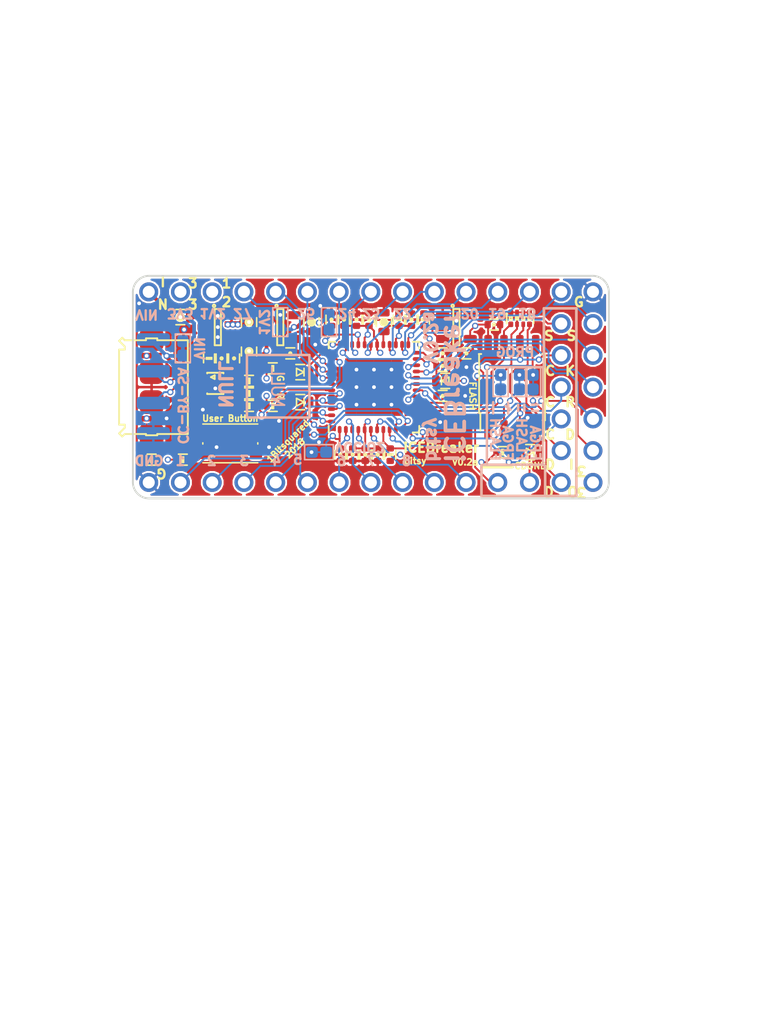
<source format=kicad_pcb>
(kicad_pcb (version 20171130) (host pcbnew 5.1.5-52549c5~86~ubuntu19.10.1)
  (title_block (title iCEBreaker-bitsy) (rev V0.2a) (company 1BitSquared) (comment 1 "(C) 2018 Piotr Esden-Tempski <piotr@1bitsquared.com>") (comment 2 "(C) 2018 1BitSquared <info@1bitsquared.com>") (comment 3 "License: CC-BY-SA 4.0"))
  (layers (0 F.Cu signal) (1 In1.Cu signal) (2 In2.Cu signal) (31 B.Cu signal) (34 B.Paste user) (35 F.Paste user) (36 B.SilkS user) (37 F.SilkS user) (38 B.Mask user) (39 F.Mask user) (44 Edge.Cuts user))
  (net 0 "")
  (net 1 /~LEDG)
  (net 2 +3V3)
  (net 3 /iCE_SS_B)
  (net 4 +1V2)
  (net 5 /~BUTTON)
  (net 6 /~LEDR)
  (net 7 GND)
  (net 8 "Net-(R7-Pad2)")
  (net 9 "Net-(C3-Pad1)")
  (net 10 +5V)
  (net 11 "Net-(C11-Pad1)")
  (net 12 /FLASH_MISO/IO1)
  (net 13 /FLASH_~WP~/IO2)
  (net 14 /FLASH_MOSI/IO0)
  (net 15 /iCE_SCK)
  (net 16 /FLASH_~HLD~/~RST~/IO3)
  (net 17 /iCE_CDONE)
  (net 18 /iCE_CRESET)
  (net 19 "Net-(C24-Pad1)")
  (net 20 /~LED_RED)
  (net 21 /~LED_GRN)
  (net 22 /~LED_BLU)
  (net 23 /shield)
  (net 24 "Net-(D4-PadA)")
  (net 25 "Net-(D5-PadA)")
  (net 26 "Net-(P1-Pad4)")
  (net 27 "Net-(C35-Pad1)")
  (net 28 "Net-(C39-Pad1)")
  (net 29 /CLK)
  (net 30 /USB_N)
  (net 31 /xUD-)
  (net 32 /USB_P)
  (net 33 /xUD+)
  (net 34 /USB_DET)
  (net 35 /IOB_0A)
  (net 36 /IOB_3B_G6)
  (net 37 /IOB_2A)
  (net 38 /IOT_38B)
  (net 39 /IOB_23B)
  (net 40 /IOB_31B)
  (net 41 /IOB_29B)
  (net 42 /IOB_25B_G3)
  (net 43 /IOB_16A)
  (net 44 /IOB_13B)
  (net 45 /IOT_48B)
  (net 46 /IOT_44B)
  (net 47 /IOT_43A)
  (net 48 /IOT_37A)
  (net 49 /IOT_39A)
  (net 50 /IOT_41A)
  (net 51 /IOT_42B)
  (net 52 /IOB_4A)
  (net 53 /IOB_5B)
  (net 54 /IOB_6A)
  (net 55 /IOB_8A)
  (net 56 /IOB_9B)
  (net 57 /iUD+)
  (net 58 /iUD-)
  (net 59 /IOT_36B)
  (net 60 "Net-(X1-Pad2)")
  (module pkl_logos:null_Logo_SilkS_5mm (layer B.Cu) (at 41.628314 47.429988 90)
    (fp_text reference REF** hide)
    (fp_text value null_Logo_SilkS_5mm hide)
  )
  (module pkl_housings_dfn_qfn:QFN-48-1EP_7x7mm_Pitch0.5mm (layer F.Cu) (at 49.3 47.5 180)
    (fp_text reference U6)
    (fp_text value ICE5LP4K-SG48)
    (pad 49 thru_hole circle (at 1.4 -1.4 90) (size 0.5 0.5) (drill 0.3) (layers *.Cu) (net 7 GND))
    (pad 49 thru_hole circle (at 0 -1.399999 90) (size 0.5 0.5) (drill 0.3) (layers *.Cu) (net 7 GND))
    (pad 49 thru_hole circle (at -1.4 -1.4 90) (size 0.5 0.5) (drill 0.3) (layers *.Cu) (net 7 GND))
    (pad 49 thru_hole circle (at -1.399999 0 90) (size 0.5 0.5) (drill 0.3) (layers *.Cu) (net 7 GND))
    (pad 49 thru_hole circle (at -1.4 1.4 90) (size 0.5 0.5) (drill 0.3) (layers *.Cu) (net 7 GND))
    (pad 49 thru_hole circle (at 0 1.399999 90) (size 0.5 0.5) (drill 0.3) (layers *.Cu) (net 7 GND))
    (pad 49 thru_hole circle (at 1.4 1.4 90) (size 0.5 0.5) (drill 0.3) (layers *.Cu) (net 7 GND))
    (pad 49 thru_hole circle (at 1.399999 0 90) (size 0.5 0.5) (drill 0.3) (layers *.Cu) (net 7 GND))
    (pad 49 thru_hole circle (at 0 0 90) (size 0.5 0.5) (drill 0.3) (layers *.Cu) (net 7 GND))
    (pad 49 smd rect (at 1.85 -1.85 180) (size 0.9 0.9) (layers F.Cu F.Paste F.Mask) (net 7 GND))
    (pad 49 smd rect (at 0.7 -1.85 180) (size 1.4 0.9) (layers F.Cu F.Paste F.Mask) (net 7 GND))
    (pad 49 smd rect (at -0.7 -1.85 180) (size 1.4 0.9) (layers F.Cu F.Paste F.Mask) (net 7 GND))
    (pad 49 smd rect (at -1.85 -1.85 90) (size 0.9 0.9) (layers F.Cu F.Paste F.Mask) (net 7 GND))
    (pad 49 smd rect (at 1.85 -0.7 180) (size 0.9 1.4) (layers F.Cu F.Paste F.Mask) (net 7 GND))
    (pad 49 smd rect (at 0.7 -0.7 90) (size 1.4 1.4) (layers F.Cu F.Paste F.Mask) (net 7 GND))
    (pad 49 smd rect (at -0.7 -0.7 90) (size 1.4 1.4) (layers F.Cu F.Paste F.Mask) (net 7 GND))
    (pad 49 smd rect (at -1.85 -0.7 180) (size 0.9 1.4) (layers F.Cu F.Paste F.Mask) (net 7 GND))
    (pad 49 smd rect (at 1.85 0.7 180) (size 0.9 1.4) (layers F.Cu F.Paste F.Mask) (net 7 GND))
    (pad 49 smd rect (at 0.7 0.7 90) (size 1.4 1.4) (layers F.Cu F.Paste F.Mask) (net 7 GND))
    (pad 49 smd rect (at -0.7 0.7 90) (size 1.4 1.4) (layers F.Cu F.Paste F.Mask) (net 7 GND))
    (pad 49 smd rect (at -1.85 0.7 180) (size 0.9 1.4) (layers F.Cu F.Paste F.Mask) (net 7 GND))
    (pad 49 smd rect (at 1.85 1.85 180) (size 0.9 0.9) (layers F.Cu F.Paste F.Mask) (net 7 GND))
    (pad 49 smd rect (at 0.7 1.85 180) (size 1.4 0.9) (layers F.Cu F.Paste F.Mask) (net 7 GND))
    (pad 49 smd rect (at -0.7 1.85 180) (size 1.4 0.9) (layers F.Cu F.Paste F.Mask) (net 7 GND))
    (pad 49 smd rect (at -1.85 1.85 180) (size 0.9 0.9) (layers F.Cu F.Paste F.Mask) (net 7 GND))
    (pad 48 smd oval (at 3.4 -2.75 180) (size 0.6 0.3) (layers F.Cu F.Paste F.Mask) (net 52 /IOB_4A))
    (pad 47 smd oval (at 3.4 -2.25 180) (size 0.6 0.3) (layers F.Cu F.Paste F.Mask) (net 37 /IOB_2A))
    (pad 46 smd oval (at 3.4 -1.75 180) (size 0.6 0.3) (layers F.Cu F.Paste F.Mask) (net 35 /IOB_0A))
    (pad 45 smd oval (at 3.400001 -1.25 180) (size 0.6 0.3) (layers F.Cu F.Paste F.Mask) (net 53 /IOB_5B))
    (pad 44 smd oval (at 3.4 -0.75 180) (size 0.6 0.3) (layers F.Cu F.Paste F.Mask) (net 36 /IOB_3B_G6))
    (pad 43 smd oval (at 3.4 -0.25 180) (size 0.6 0.3) (layers F.Cu F.Paste F.Mask) (net 32 /USB_P))
    (pad 42 smd oval (at 3.4 0.25 180) (size 0.6 0.3) (layers F.Cu F.Paste F.Mask) (net 30 /USB_N))
    (pad 41 smd oval (at 3.4 0.75 180) (size 0.6 0.3) (layers F.Cu F.Paste F.Mask) (net 22 /~LED_BLU))
    (pad 40 smd oval (at 3.400001 1.25 180) (size 0.6 0.3) (layers F.Cu F.Paste F.Mask) (net 21 /~LED_GRN))
    (pad 39 smd oval (at 3.4 1.75 180) (size 0.6 0.3) (layers F.Cu F.Paste F.Mask) (net 20 /~LED_RED))
    (pad 38 smd oval (at 3.4 2.25 180) (size 0.6 0.3) (layers F.Cu F.Paste F.Mask) (net 34 /USB_DET))
    (pad 37 smd oval (at 3.4 2.75 180) (size 0.6 0.3) (layers F.Cu F.Paste F.Mask) (net 1 /~LEDG))
    (pad 36 smd oval (at 2.75 3.4 90) (size 0.6 0.3) (layers F.Cu F.Paste F.Mask) (net 45 /IOT_48B))
    (pad 35 smd oval (at 2.25 3.4 90) (size 0.6 0.3) (layers F.Cu F.Paste F.Mask) (net 29 /CLK))
    (pad 34 smd oval (at 1.75 3.4 90) (size 0.6 0.3) (layers F.Cu F.Paste F.Mask) (net 46 /IOT_44B))
    (pad 33 smd oval (at 1.25 3.400001 90) (size 0.6 0.3) (layers F.Cu F.Paste F.Mask) (net 2 +3V3))
    (pad 32 smd oval (at 0.75 3.4 90) (size 0.6 0.3) (layers F.Cu F.Paste F.Mask) (net 47 /IOT_43A))
    (pad 31 smd oval (at 0.25 3.4 90) (size 0.6 0.3) (layers F.Cu F.Paste F.Mask) (net 51 /IOT_42B))
    (pad 30 smd oval (at -0.25 3.4 90) (size 0.6 0.3) (layers F.Cu F.Paste F.Mask) (net 4 +1V2))
    (pad 29 smd oval (at -0.75 3.4 90) (size 0.6 0.3) (layers F.Cu F.Paste F.Mask) (net 19 "Net-(C24-Pad1)"))
    (pad 28 smd oval (at -1.25 3.400001 90) (size 0.6 0.3) (layers F.Cu F.Paste F.Mask) (net 50 /IOT_41A))
    (pad 27 smd oval (at -1.75 3.4 90) (size 0.6 0.3) (layers F.Cu F.Paste F.Mask) (net 38 /IOT_38B))
    (pad 26 smd oval (at -2.25 3.4 90) (size 0.6 0.3) (layers F.Cu F.Paste F.Mask) (net 49 /IOT_39A))
    (pad 25 smd oval (at -2.75 3.4 90) (size 0.6 0.3) (layers F.Cu F.Paste F.Mask) (net 59 /IOT_36B))
    (pad 24 smd oval (at -3.4 2.75 180) (size 0.6 0.3) (layers F.Cu F.Paste F.Mask) (net 27 "Net-(C35-Pad1)"))
    (pad 23 smd oval (at -3.4 2.25 180) (size 0.6 0.3) (layers F.Cu F.Paste F.Mask) (net 48 /IOT_37A))
    (pad 22 smd oval (at -3.4 1.75 180) (size 0.6 0.3) (layers F.Cu F.Paste F.Mask) (net 2 +3V3))
    (pad 21 smd oval (at -3.400001 1.25 180) (size 0.6 0.3) (layers F.Cu F.Paste F.Mask) (net 39 /IOB_23B))
    (pad 20 smd oval (at -3.4 0.75 180) (size 0.6 0.3) (layers F.Cu F.Paste F.Mask) (net 42 /IOB_25B_G3))
    (pad 19 smd oval (at -3.4 0.25 180) (size 0.6 0.3) (layers F.Cu F.Paste F.Mask) (net 41 /IOB_29B))
    (pad 18 smd oval (at -3.4 -0.25 180) (size 0.6 0.3) (layers F.Cu F.Paste F.Mask) (net 40 /IOB_31B))
    (pad 17 smd oval (at -3.4 -0.75 180) (size 0.6 0.3) (layers F.Cu F.Paste F.Mask) (net 12 /FLASH_MISO/IO1))
    (pad 16 smd oval (at -3.400001 -1.25 180) (size 0.6 0.3) (layers F.Cu F.Paste F.Mask) (net 3 /iCE_SS_B))
    (pad 15 smd oval (at -3.4 -1.75 180) (size 0.6 0.3) (layers F.Cu F.Paste F.Mask) (net 15 /iCE_SCK))
    (pad 14 smd oval (at -3.4 -2.25 180) (size 0.6 0.3) (layers F.Cu F.Paste F.Mask) (net 14 /FLASH_MOSI/IO0))
    (pad 13 smd oval (at -3.4 -2.75 180) (size 0.6 0.3) (layers F.Cu F.Paste F.Mask) (net 16 /FLASH_~HLD~/~RST~/IO3))
    (pad 12 smd oval (at -2.75 -3.4 90) (size 0.6 0.3) (layers F.Cu F.Paste F.Mask) (net 13 /FLASH_~WP~/IO2))
    (pad 11 smd oval (at -2.25 -3.4 90) (size 0.6 0.3) (layers F.Cu F.Paste F.Mask) (net 6 /~LEDR))
    (pad 10 smd oval (at -1.75 -3.4 90) (size 0.6 0.3) (layers F.Cu F.Paste F.Mask) (net 5 /~BUTTON))
    (pad 9 smd oval (at -1.25 -3.400001 90) (size 0.6 0.3) (layers F.Cu F.Paste F.Mask) (net 43 /IOB_16A))
    (pad 8 smd oval (at -0.75 -3.4 90) (size 0.6 0.3) (layers F.Cu F.Paste F.Mask) (net 18 /iCE_CRESET))
    (pad 7 smd oval (at -0.25 -3.4 90) (size 0.6 0.3) (layers F.Cu F.Paste F.Mask) (net 17 /iCE_CDONE))
    (pad 6 smd oval (at 0.25 -3.4 90) (size 0.6 0.3) (layers F.Cu F.Paste F.Mask) (net 44 /IOB_13B))
    (pad 5 smd oval (at 0.75 -3.4 90) (size 0.6 0.3) (layers F.Cu F.Paste F.Mask) (net 4 +1V2))
    (pad 4 smd oval (at 1.25 -3.400001 90) (size 0.6 0.3) (layers F.Cu F.Paste F.Mask) (net 55 /IOB_8A))
    (pad 3 smd oval (at 1.75 -3.4 90) (size 0.6 0.3) (layers F.Cu F.Paste F.Mask) (net 56 /IOB_9B))
    (pad 2 smd oval (at 2.25 -3.4 90) (size 0.6 0.3) (layers F.Cu F.Paste F.Mask) (net 54 /IOB_6A))
    (pad 1 smd oval (at 2.75 -3.4 90) (size 0.6 0.3) (layers F.Cu F.Paste F.Mask) (net 2 +3V3))
  )
  (module pkl_pads:PAD_SMD_1x2.65 (layer B.Cu) (at 31.637216 51.196445)
    (fp_text reference P5 hide)
    (fp_text value UP hide)
    (pad 1 smd roundrect (at 0 0) (size 2.65 1) (layers B.Cu B.Mask) (net 7 GND))
  )
  (module pkl_pads:PAD_SMD_1x2.65 (layer B.Cu) (at 31.637216 43.69)
    (fp_text reference P2 hide)
    (fp_text value UP hide)
    (pad 1 smd roundrect (at 0 0) (size 2.65 1) (layers B.Cu B.Mask) (net 10 +5V))
  )
  (module pkl_pads:PAD_SMD_1x2.65 (layer B.Cu) (at 31.637216 46.23)
    (fp_text reference P3 hide)
    (fp_text value UP hide)
    (pad 1 smd roundrect (at 0 0) (size 2.65 1) (layers B.Cu B.Mask) (net 31 /xUD-))
  )
  (module pkl_pads:PAD_SMD_1x2.65 (layer B.Cu) (at 31.637216 48.77)
    (fp_text reference P4 hide)
    (fp_text value UP hide)
    (pad 1 smd roundrect (at 0 0) (size 2.65 1) (layers B.Cu B.Mask) (net 33 /xUD+))
  )
  (module pkl_jumpers:J_0603 (layer B.Cu) (at 34 44.4 270)
    (fp_text reference J38)
    (fp_text value Jumper hide)
    (pad 1 smd roundrect (at -0.575 0 270) (size 0.95 0.9) (layers B.Cu B.Mask) (net 10 +5V))
    (pad 2 smd roundrect (at 0.575 0 270) (size 0.95 0.9) (layers B.Cu B.Mask) (net 10 +5V))
  )
  (module pkl_housings_sot:SOT-666 (layer F.Cu) (at 36.6 47.2 180)
    (fp_text reference U1)
    (fp_text value USBLC6-2)
    (pad 1 smd roundrect (at 0.85 0.5375 270) (size 0.375 0.5) (layers F.Cu F.Paste F.Mask) (net 31 /xUD-))
    (pad 2 smd roundrect (at 0.925 0 270) (size 0.3 0.65) (layers F.Cu F.Paste F.Mask) (net 7 GND))
    (pad 3 smd roundrect (at 0.85 -0.5375 270) (size 0.375 0.5) (layers F.Cu F.Paste F.Mask) (net 33 /xUD+))
    (pad 4 smd roundrect (at -0.85 -0.5375 270) (size 0.375 0.5) (layers F.Cu F.Paste F.Mask) (net 57 /iUD+))
    (pad 5 smd roundrect (at -0.925 0 270) (size 0.3 0.65) (layers F.Cu F.Paste F.Mask) (net 10 +5V))
    (pad 6 smd roundrect (at -0.85 0.5375 270) (size 0.35 0.5) (layers F.Cu F.Paste F.Mask) (net 58 /iUD-))
  )
  (module pkl_pin_headers:Pin_Header_Straight_Round_1x01 (layer F.Cu) (at 59.21 55.12)
    (fp_text reference J26 hide)
    (fp_text value Conn_01x01 hide)
    (pad 1 thru_hole circle (at 0 0) (size 1.524 1.524) (drill 0.9652) (layers *.Cu *.Mask) (net 16 /FLASH_~HLD~/~RST~/IO3))
  )
  (module pkl_pin_headers:Pin_Header_Straight_Round_1x01 (layer F.Cu) (at 64.29 55.12)
    (fp_text reference J24 hide)
    (fp_text value Conn_01x01 hide)
    (pad 1 thru_hole circle (at 0 0) (size 1.524 1.524) (drill 0.9652) (layers *.Cu *.Mask) (net 12 /FLASH_MISO/IO1))
  )
  (module pkl_pin_headers:Pin_Header_Straight_Round_1x01 (layer F.Cu) (at 64.29 52.58)
    (fp_text reference J23 hide)
    (fp_text value Conn_01x01 hide)
    (pad 1 thru_hole circle (at 0 0) (size 1.524 1.524) (drill 0.9652) (layers *.Cu *.Mask) (net 14 /FLASH_MOSI/IO0))
  )
  (module pkl_pin_headers:Pin_Header_Straight_Round_1x01 (layer F.Cu) (at 64.29 50.04)
    (fp_text reference J27 hide)
    (fp_text value Conn_01x01 hide)
    (pad 1 thru_hole circle (at 0 0) (size 1.524 1.524) (drill 0.9652) (layers *.Cu *.Mask) (net 17 /iCE_CDONE))
  )
  (module pkl_pin_headers:Pin_Header_Straight_Round_1x01 (layer F.Cu) (at 64.29 47.5)
    (fp_text reference J28 hide)
    (fp_text value Conn_01x01 hide)
    (pad 1 thru_hole circle (at 0 0) (size 1.524 1.524) (drill 0.9652) (layers *.Cu *.Mask) (net 18 /iCE_CRESET))
  )
  (module pkl_pin_headers:Pin_Header_Straight_Round_1x01 (layer F.Cu) (at 61.75 55.12)
    (fp_text reference J25 hide)
    (fp_text value Conn_01x01 hide)
    (pad 1 thru_hole circle (at 0 0) (size 1.524 1.524) (drill 0.9652) (layers *.Cu *.Mask) (net 13 /FLASH_~WP~/IO2))
  )
  (module pkl_pin_headers:Pin_Header_Straight_Round_1x01 (layer F.Cu) (at 54.13 39.88)
    (fp_text reference J34 hide)
    (fp_text value Conn_01x01 hide)
    (pad 1 thru_hole circle (at 0 0) (size 1.524 1.524) (drill 0.9652) (layers *.Cu *.Mask) (net 51 /IOT_42B))
  )
  (module pkl_pin_headers:Pin_Header_Straight_Round_1x01 (layer F.Cu) (at 56.67 39.88)
    (fp_text reference J33 hide)
    (fp_text value Conn_01x01 hide)
    (pad 1 thru_hole circle (at 0 0) (size 1.524 1.524) (drill 0.9652) (layers *.Cu *.Mask) (net 50 /IOT_41A))
  )
  (module pkl_pin_headers:Pin_Header_Straight_Round_1x01 (layer F.Cu) (at 61.75 39.88)
    (fp_text reference J32 hide)
    (fp_text value Conn_01x01 hide)
    (pad 1 thru_hole circle (at 0 0) (size 1.524 1.524) (drill 0.9652) (layers *.Cu *.Mask) (net 49 /IOT_39A))
  )
  (module pkl_pin_headers:Pin_Header_Straight_Round_1x01 (layer F.Cu) (at 66.83 42.42)
    (fp_text reference J30 hide)
    (fp_text value Conn_01x01 hide)
    (pad 1 thru_hole circle (at 0 0) (size 1.524 1.524) (drill 0.9652) (layers *.Cu *.Mask) (net 48 /IOT_37A))
  )
  (module pkl_pin_headers:Pin_Header_Straight_Round_1x01 (layer F.Cu) (at 51.59 39.88)
    (fp_text reference J35 hide)
    (fp_text value Conn_01x01 hide)
    (pad 1 thru_hole circle (at 0 0) (size 1.524 1.524) (drill 0.9652) (layers *.Cu *.Mask) (net 47 /IOT_43A))
  )
  (module pkl_pin_headers:Pin_Header_Straight_Round_1x01 (layer F.Cu) (at 49.05 39.88)
    (fp_text reference J36 hide)
    (fp_text value Conn_01x01 hide)
    (pad 1 thru_hole circle (at 0 0) (size 1.524 1.524) (drill 0.9652) (layers *.Cu *.Mask) (net 46 /IOT_44B))
  )
  (module pkl_pin_headers:Pin_Header_Straight_Round_1x01 (layer F.Cu) (at 46.51 39.88)
    (fp_text reference J37 hide)
    (fp_text value Conn_01x01 hide)
    (pad 1 thru_hole circle (at 0 0) (size 1.524 1.524) (drill 0.9652) (layers *.Cu *.Mask) (net 45 /IOT_48B))
  )
  (module pkl_pin_headers:Pin_Header_Straight_Round_1x01 (layer F.Cu) (at 64.29 39.88)
    (fp_text reference J29 hide)
    (fp_text value Conn_01x01 hide)
    (pad 1 thru_hole circle (at 0 0) (size 1.524 1.524) (drill 0.9652) (layers *.Cu *.Mask) (net 59 /IOT_36B))
  )
  (module pkl_pin_headers:Pin_Header_Straight_Round_1x01 (layer F.Cu) (at 43.97 39.88)
    (fp_text reference J41 hide)
    (fp_text value Conn_01x01 hide)
    (pad 1 thru_hole circle (at 0 0) (size 1.524 1.524) (drill 0.9652) (layers *.Cu *.Mask) (net 20 /~LED_RED))
  )
  (module pkl_pin_headers:Pin_Header_Straight_Round_1x01 (layer F.Cu) (at 41.43 39.88)
    (fp_text reference J42 hide)
    (fp_text value Conn_01x01 hide)
    (pad 1 thru_hole circle (at 0 0) (size 1.524 1.524) (drill 0.9652) (layers *.Cu *.Mask) (net 21 /~LED_GRN))
  )
  (module pkl_pin_headers:Pin_Header_Straight_Round_1x01 (layer F.Cu) (at 38.89 39.88)
    (fp_text reference J43 hide)
    (fp_text value Conn_01x01 hide)
    (pad 1 thru_hole circle (at 0 0) (size 1.524 1.524) (drill 0.9652) (layers *.Cu *.Mask) (net 22 /~LED_BLU))
  )
  (module pkl_pin_headers:Pin_Header_Straight_Round_1x01 (layer F.Cu) (at 54.13 55.12)
    (fp_text reference J44 hide)
    (fp_text value Conn_01x01 hide)
    (pad 1 thru_hole circle (at 0 0) (size 1.524 1.524) (drill 0.9652) (layers *.Cu *.Mask) (net 44 /IOB_13B))
  )
  (module pkl_pin_headers:Pin_Header_Straight_Round_1x01 (layer F.Cu) (at 56.67 55.12)
    (fp_text reference J45 hide)
    (fp_text value Conn_01x01 hide)
    (pad 1 thru_hole circle (at 0 0) (size 1.524 1.524) (drill 0.9652) (layers *.Cu *.Mask) (net 43 /IOB_16A))
  )
  (module pkl_pin_headers:Pin_Header_Straight_Round_1x01 (layer F.Cu) (at 66.83 47.5)
    (fp_text reference J46 hide)
    (fp_text value Conn_01x01 hide)
    (pad 1 thru_hole circle (at 0 0) (size 1.524 1.524) (drill 0.9652) (layers *.Cu *.Mask) (net 42 /IOB_25B_G3))
  )
  (module pkl_pin_headers:Pin_Header_Straight_Round_1x01 (layer F.Cu) (at 66.83 50.04)
    (fp_text reference J47 hide)
    (fp_text value Conn_01x01 hide)
    (pad 1 thru_hole circle (at 0 0) (size 1.524 1.524) (drill 0.9652) (layers *.Cu *.Mask) (net 41 /IOB_29B))
  )
  (module pkl_pin_headers:Pin_Header_Straight_Round_1x01 (layer F.Cu) (at 66.83 52.58)
    (fp_text reference J48 hide)
    (fp_text value Conn_01x01 hide)
    (pad 1 thru_hole circle (at 0 0) (size 1.524 1.524) (drill 0.9652) (layers *.Cu *.Mask) (net 40 /IOB_31B))
  )
  (module pkl_pin_headers:Pin_Header_Straight_Round_1x01 (layer F.Cu) (at 66.83 44.96)
    (fp_text reference J49 hide)
    (fp_text value Conn_01x01 hide)
    (pad 1 thru_hole circle (at 0 0) (size 1.524 1.524) (drill 0.9652) (layers *.Cu *.Mask) (net 39 /IOB_23B))
  )
  (module pkl_pin_headers:Pin_Header_Straight_Round_1x01 (layer F.Cu) (at 59.21 39.88)
    (fp_text reference J31 hide)
    (fp_text value Conn_01x01 hide)
    (pad 1 thru_hole circle (at 0 0) (size 1.524 1.524) (drill 0.9652) (layers *.Cu *.Mask) (net 38 /IOT_38B))
  )
  (module pkl_pin_headers:Pin_Header_Straight_Round_1x01 (layer F.Cu) (at 41.43 55.12)
    (fp_text reference J8 hide)
    (fp_text value Conn_01x01 hide)
    (pad 1 thru_hole circle (at 0 0) (size 1.524 1.524) (drill 0.9652) (layers *.Cu *.Mask) (net 37 /IOB_2A))
  )
  (module pkl_pin_headers:Pin_Header_Straight_Round_1x01 (layer F.Cu) (at 66.83 55.12)
    (fp_text reference J2 hide)
    (fp_text value Conn_01x01 hide)
    (pad 1 thru_hole circle (at 0 0) (size 1.524 1.524) (drill 0.9652) (layers *.Cu *.Mask) (net 2 +3V3))
  )
  (module pkl_pin_headers:Pin_Header_Straight_Round_1x01 (layer F.Cu) (at 36.35 39.88)
    (fp_text reference J3 hide)
    (fp_text value Conn_01x01 hide)
    (pad 1 thru_hole circle (at 0 0) (size 1.524 1.524) (drill 0.9652) (layers *.Cu *.Mask) (net 4 +1V2))
  )
  (module pkl_pin_headers:Pin_Header_Straight_Round_1x01 (layer F.Cu) (at 31.27 39.88)
    (fp_text reference J4 hide)
    (fp_text value Conn_01x01 hide)
    (pad 1 thru_hole circle (at 0 0) (size 1.524 1.524) (drill 0.9652) (layers *.Cu *.Mask) (net 10 +5V))
  )
  (module pkl_pin_headers:Pin_Header_Straight_Round_1x01 (layer F.Cu) (at 31.27 55.12)
    (fp_text reference J5 hide)
    (fp_text value Conn_01x01 hide)
    (pad 1 thru_hole circle (at 0 0) (size 1.524 1.524) (drill 0.9652) (layers *.Cu *.Mask) (net 7 GND))
  )
  (module pkl_pin_headers:Pin_Header_Straight_Round_1x01 (layer F.Cu) (at 66.83 39.88)
    (fp_text reference J6 hide)
    (fp_text value Conn_01x01 hide)
    (pad 1 thru_hole circle (at 0 0) (size 1.524 1.524) (drill 0.9652) (layers *.Cu *.Mask) (net 7 GND))
  )
  (module pkl_pin_headers:Pin_Header_Straight_Round_1x01 (layer F.Cu) (at 38.89 55.12)
    (fp_text reference J7 hide)
    (fp_text value Conn_01x01 hide)
    (pad 1 thru_hole circle (at 0 0) (size 1.524 1.524) (drill 0.9652) (layers *.Cu *.Mask) (net 35 /IOB_0A))
  )
  (module pkl_pin_headers:Pin_Header_Straight_Round_1x01 (layer F.Cu) (at 33.81 55.12)
    (fp_text reference J9 hide)
    (fp_text value Conn_01x01 hide)
    (pad 1 thru_hole circle (at 0 0) (size 1.524 1.524) (drill 0.9652) (layers *.Cu *.Mask) (net 36 /IOB_3B_G6))
  )
  (module pkl_pin_headers:Pin_Header_Straight_Round_1x01 (layer F.Cu) (at 43.97 55.12)
    (fp_text reference J10 hide)
    (fp_text value Conn_01x01 hide)
    (pad 1 thru_hole circle (at 0 0) (size 1.524 1.524) (drill 0.9652) (layers *.Cu *.Mask) (net 52 /IOB_4A))
  )
  (module pkl_pin_headers:Pin_Header_Straight_Round_1x01 (layer F.Cu) (at 36.35 55.12)
    (fp_text reference J11 hide)
    (fp_text value Conn_01x01 hide)
    (pad 1 thru_hole circle (at 0 0) (size 1.524 1.524) (drill 0.9652) (layers *.Cu *.Mask) (net 53 /IOB_5B))
  )
  (module pkl_pin_headers:Pin_Header_Straight_Round_1x01 (layer F.Cu) (at 46.51 55.12)
    (fp_text reference J12 hide)
    (fp_text value Conn_01x01 hide)
    (pad 1 thru_hole circle (at 0 0) (size 1.524 1.524) (drill 0.9652) (layers *.Cu *.Mask) (net 54 /IOB_6A))
  )
  (module pkl_pin_headers:Pin_Header_Straight_Round_1x01 (layer F.Cu) (at 49.05 55.12)
    (fp_text reference J20 hide)
    (fp_text value Conn_01x01 hide)
    (pad 1 thru_hole circle (at 0 0) (size 1.524 1.524) (drill 0.9652) (layers *.Cu *.Mask) (net 56 /IOB_9B))
  )
  (module pkl_pin_headers:Pin_Header_Straight_Round_1x01 (layer F.Cu) (at 64.29 42.42)
    (fp_text reference J21 hide)
    (fp_text value Conn_01x01 hide)
    (pad 1 thru_hole circle (at 0 0) (size 1.524 1.524) (drill 0.9652) (layers *.Cu *.Mask) (net 3 /iCE_SS_B))
  )
  (module pkl_pin_headers:Pin_Header_Straight_Round_1x01 (layer F.Cu) (at 64.29 44.96)
    (fp_text reference J22 hide)
    (fp_text value Conn_01x01 hide)
    (pad 1 thru_hole circle (at 0 0) (size 1.524 1.524) (drill 0.9652) (layers *.Cu *.Mask) (net 15 /iCE_SCK))
  )
  (module pkl_pin_headers:Pin_Header_Straight_Round_1x01 (layer F.Cu) (at 51.59 55.12)
    (fp_text reference J13 hide)
    (fp_text value Conn_01x01 hide)
    (pad 1 thru_hole circle (at 0 0) (size 1.524 1.524) (drill 0.9652) (layers *.Cu *.Mask) (net 55 /IOB_8A))
  )
  (module pkl_pin_headers:Pin_Header_Straight_Round_1x01 (layer F.Cu) (at 33.81 39.88)
    (fp_text reference J1 hide)
    (fp_text value Conn_01x01 hide)
    (pad 1 thru_hole circle (at 0 0) (size 1.524 1.524) (drill 0.9652) (layers *.Cu *.Mask) (net 2 +3V3))
  )
  (module pkl_dipol:R_0402 (layer F.Cu) (at 39.3 49 180)
    (fp_text reference R2)
    (fp_text value 1k5)
    (pad 2 smd roundrect (at 0.5 0 180) (size 0.5 0.6) (layers F.Cu F.Paste F.Mask) (net 57 /iUD+))
    (pad 1 smd roundrect (at -0.5 0 180) (size 0.5 0.6) (layers F.Cu F.Paste F.Mask) (net 34 /USB_DET))
  )
  (module pkl_dipol:R_0402 (layer F.Cu) (at 39.3 47 180)
    (fp_text reference R4)
    (fp_text value 22E)
    (pad 1 smd roundrect (at -0.5 0 180) (size 0.5 0.6) (layers F.Cu F.Paste F.Mask) (net 30 /USB_N))
    (pad 2 smd roundrect (at 0.5 0 180) (size 0.5 0.6) (layers F.Cu F.Paste F.Mask) (net 58 /iUD-))
  )
  (module pkl_housings_soic:SOIC-8_5.3x5.3mm_Pitch1.27mm (layer F.Cu) (at 60.34 47.5 90)
    (fp_text reference U5)
    (fp_text value W25Q)
    (pad 1 smd roundrect (at -3.4 -1.905 90) (size 1.55 0.6) (layers F.Cu F.Paste F.Mask) (net 3 /iCE_SS_B))
    (pad 2 smd roundrect (at -3.4 -0.635 90) (size 1.55 0.6) (layers F.Cu F.Paste F.Mask) (net 12 /FLASH_MISO/IO1))
    (pad 3 smd roundrect (at -3.4 0.635 90) (size 1.55 0.6) (layers F.Cu F.Paste F.Mask) (net 13 /FLASH_~WP~/IO2))
    (pad 4 smd roundrect (at -3.4 1.905 90) (size 1.55 0.6) (layers F.Cu F.Paste F.Mask) (net 7 GND))
    (pad 5 smd roundrect (at 3.4 1.905 90) (size 1.55 0.6) (layers F.Cu F.Paste F.Mask) (net 14 /FLASH_MOSI/IO0))
    (pad 6 smd roundrect (at 3.4 0.635 90) (size 1.55 0.6) (layers F.Cu F.Paste F.Mask) (net 15 /iCE_SCK))
    (pad 7 smd roundrect (at 3.4 -0.635 90) (size 1.55 0.6) (layers F.Cu F.Paste F.Mask) (net 16 /FLASH_~HLD~/~RST~/IO3))
    (pad 8 smd roundrect (at 3.4 -1.905 90) (size 1.55 0.6) (layers F.Cu F.Paste F.Mask) (net 2 +3V3))
  )
  (module pkl_dipol:C_0402 (layer F.Cu) (at 37.1 45.2 270)
    (fp_text reference C39)
    (fp_text value 1u)
    (pad 1 smd roundrect (at -0.5 0 270) (size 0.5 0.6) (layers F.Cu F.Paste F.Mask) (net 28 "Net-(C39-Pad1)"))
    (pad 2 smd roundrect (at 0.5 0 270) (size 0.5 0.6) (layers F.Cu F.Paste F.Mask) (net 7 GND))
  )
  (module pkl_dipol:R_0402 (layer F.Cu) (at 36.1 45.2 90)
    (fp_text reference R3)
    (fp_text value 10k)
    (pad 1 smd roundrect (at -0.5 0 90) (size 0.5 0.6) (layers F.Cu F.Paste F.Mask) (net 10 +5V))
    (pad 2 smd roundrect (at 0.5 0 90) (size 0.5 0.6) (layers F.Cu F.Paste F.Mask) (net 28 "Net-(C39-Pad1)"))
  )
  (module pkl_dipol:C_0402 (layer F.Cu) (at 49.6 52.9 270)
    (fp_text reference C36)
    (fp_text value 1u)
    (pad 1 smd roundrect (at -0.499999 0 270) (size 0.5 0.6) (layers F.Cu F.Paste F.Mask) (net 4 +1V2))
    (pad 2 smd roundrect (at 0.499999 0 270) (size 0.5 0.6) (layers F.Cu F.Paste F.Mask) (net 7 GND))
  )
  (module pkl_dipol:C_0402 (layer F.Cu) (at 48.6 52.9 270)
    (fp_text reference C37)
    (fp_text value 100n)
    (pad 2 smd roundrect (at 0.499999 0 270) (size 0.5 0.6) (layers F.Cu F.Paste F.Mask) (net 7 GND))
    (pad 1 smd roundrect (at -0.499999 0 270) (size 0.5 0.6) (layers F.Cu F.Paste F.Mask) (net 4 +1V2))
  )
  (module pkl_dipol:C_0402 (layer F.Cu) (at 47.6 52.9 270)
    (fp_text reference C38)
    (fp_text value 10n)
    (pad 1 smd roundrect (at -0.499999 0 270) (size 0.5 0.6) (layers F.Cu F.Paste F.Mask) (net 4 +1V2))
    (pad 2 smd roundrect (at 0.499999 0 270) (size 0.5 0.6) (layers F.Cu F.Paste F.Mask) (net 7 GND))
  )
  (module pkl_buttons_switches:SW_SPST_KMR2 (layer F.Cu) (at 37.8 52 180)
    (fp_text reference SW1)
    (fp_text value TACT)
    (pad 1 smd roundrect (at -2.05 -0.8 270) (size 0.9 1) (layers F.Cu F.Paste F.Mask) (net 5 /~BUTTON))
    (pad 2 smd roundrect (at -2.05 0.8 270) (size 0.9 1) (layers F.Cu F.Paste F.Mask) (net 7 GND))
    (pad 1 smd roundrect (at 2.05 -0.8 270) (size 0.9 1) (layers F.Cu F.Paste F.Mask) (net 5 /~BUTTON))
    (pad 2 smd roundrect (at 2.05 0.8 270) (size 0.9 1) (layers F.Cu F.Paste F.Mask) (net 7 GND))
  )
  (module pkl_dipol:R_0402 (layer F.Cu) (at 50.6 52.9 90)
    (fp_text reference R19)
    (fp_text value 10k)
    (pad 2 smd roundrect (at 0.499999 0 90) (size 0.5 0.6) (layers F.Cu F.Paste F.Mask) (net 18 /iCE_CRESET))
    (pad 1 smd roundrect (at -0.499999 0 90) (size 0.5 0.6) (layers F.Cu F.Paste F.Mask) (net 2 +3V3))
  )
  (module pkl_dipol:C_0402 (layer F.Cu) (at 54.8 45.8)
    (fp_text reference C35)
    (fp_text value DNP)
    (pad 2 smd roundrect (at 0.499999 0) (size 0.5 0.6) (layers F.Cu F.Paste F.Mask) (net 7 GND))
    (pad 1 smd roundrect (at -0.499999 0) (size 0.5 0.6) (layers F.Cu F.Paste F.Mask) (net 27 "Net-(C35-Pad1)"))
  )
  (module pkl_connectors:Connector_USB_Micro_B_SMD (layer F.Cu) (at 31.5 47.5 180)
    (fp_text reference P1)
    (fp_text value USB_OTG)
    (pad GND smd roundrect (at 0 1.2 270) (size 1.9 1.9) (layers F.Cu F.Paste F.Mask) (net 23 /shield))
    (pad GND smd roundrect (at 0 -1.2 270) (size 1.9 1.9) (layers F.Cu F.Paste F.Mask) (net 23 /shield))
    (pad GND smd roundrect (at 0 -3.8 270) (size 1.8 1.9) (layers F.Cu F.Paste F.Mask) (net 23 /shield))
    (pad GND smd roundrect (at 0 3.8 270) (size 1.8 1.9) (layers F.Cu F.Paste F.Mask) (net 23 /shield))
    (pad GND smd roundrect (at -2.55 -3.1 270) (size 2.1 1.6) (layers F.Cu F.Paste F.Mask) (net 23 /shield))
    (pad GND smd roundrect (at -2.55 3.1 270) (size 2.1 1.6) (layers F.Cu F.Paste F.Mask) (net 23 /shield))
    (pad 1 smd roundrect (at -2.675 1.3 270) (size 0.4 1.35) (layers F.Cu F.Paste F.Mask) (net 10 +5V))
    (pad 2 smd roundrect (at -2.675 0.65 270) (size 0.4 1.35) (layers F.Cu F.Paste F.Mask) (net 31 /xUD-))
    (pad 3 smd roundrect (at -2.675 0 270) (size 0.4 1.35) (layers F.Cu F.Paste F.Mask) (net 33 /xUD+))
    (pad 4 smd roundrect (at -2.675 -0.65 270) (size 0.4 1.35) (layers F.Cu F.Paste F.Mask) (net 26 "Net-(P1-Pad4)"))
    (pad 5 smd roundrect (at -2.675 -1.3 270) (size 0.4 1.35) (layers F.Cu F.Paste F.Mask) (net 7 GND))
  )
  (module pkl_dipol:C_0402 (layer F.Cu) (at 46.9 42.1 90)
    (fp_text reference C23)
    (fp_text value 1u)
    (pad 2 smd roundrect (at 0.499999 0 90) (size 0.5 0.6) (layers F.Cu F.Paste F.Mask) (net 7 GND))
    (pad 1 smd roundrect (at -0.499999 0 90) (size 0.5 0.6) (layers F.Cu F.Paste F.Mask) (net 4 +1V2))
  )
  (module pkl_dipol:C_0402 (layer F.Cu) (at 56.7 44.8)
    (fp_text reference C4)
    (fp_text value 100n)
    (pad 2 smd roundrect (at 0.5 0) (size 0.5 0.6) (layers F.Cu F.Paste F.Mask) (net 7 GND))
    (pad 1 smd roundrect (at -0.5 0) (size 0.5 0.6) (layers F.Cu F.Paste F.Mask) (net 2 +3V3))
  )
  (module pkl_dipol:C_0402 (layer F.Cu) (at 38.1 45.2 270)
    (fp_text reference C3)
    (fp_text value 10n)
    (pad 1 smd roundrect (at -0.5 0 270) (size 0.5 0.6) (layers F.Cu F.Paste F.Mask) (net 9 "Net-(C3-Pad1)"))
    (pad 2 smd roundrect (at 0.5 0 270) (size 0.5 0.6) (layers F.Cu F.Paste F.Mask) (net 7 GND))
  )
  (module pkl_dipol:C_0402 (layer F.Cu) (at 47.9 42.1 90)
    (fp_text reference C25)
    (fp_text value 100n)
    (pad 1 smd roundrect (at -0.499999 0 90) (size 0.5 0.6) (layers F.Cu F.Paste F.Mask) (net 4 +1V2))
    (pad 2 smd roundrect (at 0.499999 0 90) (size 0.5 0.6) (layers F.Cu F.Paste F.Mask) (net 7 GND))
  )
  (module pkl_dipol:C_0402 (layer F.Cu) (at 52.3 42.1 90)
    (fp_text reference C26)
    (fp_text value 100n)
    (pad 2 smd roundrect (at 0.499999 0 90) (size 0.5 0.6) (layers F.Cu F.Paste F.Mask) (net 7 GND))
    (pad 1 smd roundrect (at -0.499999 0 90) (size 0.5 0.6) (layers F.Cu F.Paste F.Mask) (net 19 "Net-(C24-Pad1)"))
  )
  (module pkl_dipol:C_0402 (layer F.Cu) (at 46.6 52.9 90)
    (fp_text reference C27)
    (fp_text value 100n)
    (pad 1 smd roundrect (at -0.499999 0 90) (size 0.5 0.6) (layers F.Cu F.Paste F.Mask) (net 7 GND))
    (pad 2 smd roundrect (at 0.499999 0 90) (size 0.5 0.6) (layers F.Cu F.Paste F.Mask) (net 2 +3V3))
  )
  (module pkl_dipol:C_0402 (layer F.Cu) (at 48.9 42.1 90)
    (fp_text reference C28)
    (fp_text value 10n)
    (pad 2 smd roundrect (at 0.499999 0 90) (size 0.5 0.6) (layers F.Cu F.Paste F.Mask) (net 7 GND))
    (pad 1 smd roundrect (at -0.499999 0 90) (size 0.5 0.6) (layers F.Cu F.Paste F.Mask) (net 4 +1V2))
  )
  (module pkl_dipol:C_0402 (layer F.Cu) (at 54.8 48.2)
    (fp_text reference C29)
    (fp_text value 100n)
    (pad 1 smd roundrect (at -0.499999 0) (size 0.5 0.6) (layers F.Cu F.Paste F.Mask) (net 2 +3V3))
    (pad 2 smd roundrect (at 0.499999 0) (size 0.5 0.6) (layers F.Cu F.Paste F.Mask) (net 7 GND))
  )
  (module pkl_dipol:C_0402 (layer F.Cu) (at 54.8 44.8)
    (fp_text reference C31)
    (fp_text value 100n)
    (pad 2 smd roundrect (at 0.499999 0) (size 0.5 0.6) (layers F.Cu F.Paste F.Mask) (net 7 GND))
    (pad 1 smd roundrect (at -0.499999 0) (size 0.5 0.6) (layers F.Cu F.Paste F.Mask) (net 2 +3V3))
  )
  (module pkl_dipol:C_0402 (layer F.Cu) (at 45.9 42.1 90)
    (fp_text reference C30)
    (fp_text value 100n)
    (pad 1 smd roundrect (at -0.499999 0 90) (size 0.5 0.6) (layers F.Cu F.Paste F.Mask) (net 2 +3V3))
    (pad 2 smd roundrect (at 0.499999 0 90) (size 0.5 0.6) (layers F.Cu F.Paste F.Mask) (net 7 GND))
  )
  (module pkl_dipol:C_0402 (layer F.Cu) (at 42.6 44.8 180)
    (fp_text reference C11)
    (fp_text value 10n)
    (pad 1 smd roundrect (at -0.5 0 180) (size 0.5 0.6) (layers F.Cu F.Paste F.Mask) (net 11 "Net-(C11-Pad1)"))
    (pad 2 smd roundrect (at 0.5 0 180) (size 0.5 0.6) (layers F.Cu F.Paste F.Mask) (net 7 GND))
  )
  (module pkl_dipol:C_0402 (layer F.Cu) (at 58.9 42.5)
    (fp_text reference C22)
    (fp_text value 100n)
    (pad 1 smd roundrect (at -0.5 0) (size 0.5 0.6) (layers F.Cu F.Paste F.Mask) (net 2 +3V3))
    (pad 2 smd roundrect (at 0.5 0) (size 0.5 0.6) (layers F.Cu F.Paste F.Mask) (net 7 GND))
  )
  (module pkl_dipol:C_0603 (layer F.Cu) (at 50.1 42.3 90)
    (fp_text reference C24)
    (fp_text value 10u)
    (pad 1 smd roundrect (at -0.75 0 90) (size 0.6 0.9) (layers F.Cu F.Paste F.Mask) (net 19 "Net-(C24-Pad1)"))
    (pad 2 smd roundrect (at 0.75 0 90) (size 0.6 0.9) (layers F.Cu F.Paste F.Mask) (net 7 GND))
  )
  (module pkl_dipol:C_0603 (layer F.Cu) (at 39.3 42.3 270)
    (fp_text reference C5)
    (fp_text value 4u7)
    (pad 1 smd roundrect (at -0.75 0 270) (size 0.6 0.9) (layers F.Cu F.Paste F.Mask) (net 2 +3V3))
    (pad 2 smd roundrect (at 0.75 0 270) (size 0.6 0.9) (layers F.Cu F.Paste F.Mask) (net 7 GND))
  )
  (module pkl_dipol:C_0603 (layer F.Cu) (at 33.8 41.9 180)
    (fp_text reference C2)
    (fp_text value 4u7)
    (pad 2 smd roundrect (at 0.75 0 180) (size 0.6 0.9) (layers F.Cu F.Paste F.Mask) (net 7 GND))
    (pad 1 smd roundrect (at -0.75 0 180) (size 0.6 0.9) (layers F.Cu F.Paste F.Mask) (net 10 +5V))
  )
  (module pkl_dipol:C_0603 (layer F.Cu) (at 39.3 44.65 90)
    (fp_text reference C8)
    (fp_text value 4u7)
    (pad 1 smd roundrect (at -0.75 0 90) (size 0.6 0.9) (layers F.Cu F.Paste F.Mask) (net 10 +5V))
    (pad 2 smd roundrect (at 0.75 0 90) (size 0.6 0.9) (layers F.Cu F.Paste F.Mask) (net 7 GND))
  )
  (module pkl_dipol:C_0603 (layer F.Cu) (at 44.3 42.3 270)
    (fp_text reference C15)
    (fp_text value 4u7)
    (pad 2 smd roundrect (at 0.75 0 270) (size 0.6 0.9) (layers F.Cu F.Paste F.Mask) (net 7 GND))
    (pad 1 smd roundrect (at -0.75 0 270) (size 0.6 0.9) (layers F.Cu F.Paste F.Mask) (net 4 +1V2))
  )
  (module pkl_dipol:D_0603 (layer F.Cu) (at 43.4 48.7 180)
    (fp_text reference D5)
    (fp_text value RED)
    (pad C smd roundrect (at -0.75 0) (size 0.6 0.9) (layers F.Cu F.Paste F.Mask) (net 6 /~LEDR))
    (pad A smd roundrect (at 0.75 0) (size 0.6 0.9) (layers F.Cu F.Paste F.Mask) (net 25 "Net-(D5-PadA)"))
  )
  (module pkl_dipol:D_0603 (layer F.Cu) (at 43.4 46.3 180)
    (fp_text reference D4)
    (fp_text value GRN)
    (pad A smd roundrect (at 0.75 0) (size 0.6 0.9) (layers F.Cu F.Paste F.Mask) (net 24 "Net-(D4-PadA)"))
    (pad C smd roundrect (at -0.75 0) (size 0.6 0.9) (layers F.Cu F.Paste F.Mask) (net 1 /~LEDG))
  )
  (module pkl_dipol:D_0603 (layer F.Cu) (at 61.8 52.7 180)
    (fp_text reference D3)
    (fp_text value GRN)
    (pad C smd roundrect (at -0.75 0) (size 0.6 0.9) (layers F.Cu F.Paste F.Mask) (net 7 GND))
    (pad A smd roundrect (at 0.75 0) (size 0.6 0.9) (layers F.Cu F.Paste F.Mask) (net 17 /iCE_CDONE))
  )
  (module pkl_dipol:D_0603 (layer F.Cu) (at 55 47)
    (fp_text reference D2)
    (fp_text value CDBU0520)
    (pad C smd roundrect (at -0.75 0 180) (size 0.6 0.9) (layers F.Cu F.Paste F.Mask) (net 27 "Net-(C35-Pad1)"))
    (pad A smd roundrect (at 0.75 0 180) (size 0.6 0.9) (layers F.Cu F.Paste F.Mask) (net 2 +3V3))
  )
  (module pkl_dipol:R_0402 (layer F.Cu) (at 53.3 42.1 90)
    (fp_text reference R7)
    (fp_text value 10k)
    (pad 1 smd roundrect (at -0.5 0 90) (size 0.5 0.6) (layers F.Cu F.Paste F.Mask) (net 2 +3V3))
    (pad 2 smd roundrect (at 0.5 0 90) (size 0.5 0.6) (layers F.Cu F.Paste F.Mask) (net 8 "Net-(R7-Pad2)"))
  )
  (module pkl_dipol:R_0402 (layer F.Cu) (at 41.2 49 180)
    (fp_text reference R15)
    (fp_text value 330E)
    (pad 2 smd roundrect (at 0.5 0 180) (size 0.5 0.6) (layers F.Cu F.Paste F.Mask) (net 2 +3V3))
    (pad 1 smd roundrect (at -0.5 0 180) (size 0.5 0.6) (layers F.Cu F.Paste F.Mask) (net 25 "Net-(D5-PadA)"))
  )
  (module pkl_dipol:R_0402 (layer F.Cu) (at 41.2 46 180)
    (fp_text reference R14)
    (fp_text value 330E)
    (pad 1 smd roundrect (at -0.5 0 180) (size 0.5 0.6) (layers F.Cu F.Paste F.Mask) (net 24 "Net-(D4-PadA)"))
    (pad 2 smd roundrect (at 0.5 0 180) (size 0.5 0.6) (layers F.Cu F.Paste F.Mask) (net 2 +3V3))
  )
  (module pkl_dipol:R_0402 (layer F.Cu) (at 34 53.3 180)
    (fp_text reference R13)
    (fp_text value 10k)
    (pad 1 smd roundrect (at -0.5 0 180) (size 0.5 0.6) (layers F.Cu F.Paste F.Mask) (net 5 /~BUTTON))
    (pad 2 smd roundrect (at 0.5 0 180) (size 0.5 0.6) (layers F.Cu F.Paste F.Mask) (net 2 +3V3))
  )
  (module pkl_dipol:R_0402 (layer F.Cu) (at 59.6 52.7)
    (fp_text reference R12)
    (fp_text value 2k2)
    (pad 1 smd roundrect (at -0.5 0) (size 0.5 0.6) (layers F.Cu F.Paste F.Mask) (net 2 +3V3))
    (pad 2 smd roundrect (at 0.5 0) (size 0.5 0.6) (layers F.Cu F.Paste F.Mask) (net 17 /iCE_CDONE))
  )
  (module pkl_dipol:R_0402 (layer F.Cu) (at 51.3 42.1 90)
    (fp_text reference R10)
    (fp_text value 100E)
    (pad 1 smd roundrect (at -0.499999 0 90) (size 0.5 0.6) (layers F.Cu F.Paste F.Mask) (net 19 "Net-(C24-Pad1)"))
    (pad 2 smd roundrect (at 0.499999 0 90) (size 0.5 0.6) (layers F.Cu F.Paste F.Mask) (net 4 +1V2))
  )
  (module pkl_dipol:R_0402 (layer F.Cu) (at 39.3 48 180)
    (fp_text reference R6)
    (fp_text value 22E)
    (pad 1 smd roundrect (at -0.5 0 180) (size 0.5 0.6) (layers F.Cu F.Paste F.Mask) (net 32 /USB_P))
    (pad 2 smd roundrect (at 0.5 0 180) (size 0.5 0.6) (layers F.Cu F.Paste F.Mask) (net 57 /iUD+))
  )
  (module pkl_dipol:R_0402 (layer F.Cu) (at 31.5 53.3)
    (fp_text reference R1)
    (fp_text value 1M)
    (pad 1 smd roundrect (at -0.5 0) (size 0.5 0.6) (layers F.Cu F.Paste F.Mask) (net 7 GND))
    (pad 2 smd roundrect (at 0.5 0) (size 0.5 0.6) (layers F.Cu F.Paste F.Mask) (net 23 /shield))
  )
  (module pkl_dipol:R_Array_Convex_4x0402 (layer F.Cu) (at 61 42 180)
    (fp_text reference R11)
    (fp_text value 10k)
    (pad 3 smd roundrect (at -0.25 0.475 180) (size 0.3 0.45) (layers F.Cu F.Paste F.Mask) (net 2 +3V3))
    (pad 5 smd roundrect (at 0.25 0.475 180) (size 0.3 0.45) (layers F.Cu F.Paste F.Mask) (net 2 +3V3))
    (pad 1 smd roundrect (at -0.75 0.475 180) (size 0.4 0.45) (layers F.Cu F.Paste F.Mask) (net 2 +3V3))
    (pad 7 smd roundrect (at 0.75 0.475 180) (size 0.4 0.45) (layers F.Cu F.Paste F.Mask) (net 2 +3V3))
    (pad 2 smd roundrect (at -0.75 -0.475 180) (size 0.4 0.45) (layers F.Cu F.Paste F.Mask) (net 13 /FLASH_~WP~/IO2))
    (pad 4 smd roundrect (at -0.25 -0.475 180) (size 0.3 0.45) (layers F.Cu F.Paste F.Mask) (net 15 /iCE_SCK))
    (pad 6 smd roundrect (at 0.25 -0.475 180) (size 0.3 0.45) (layers F.Cu F.Paste F.Mask) (net 3 /iCE_SS_B))
    (pad 8 smd roundrect (at 0.75 -0.475 180) (size 0.4 0.45) (layers F.Cu F.Paste F.Mask) (net 16 /FLASH_~HLD~/~RST~/IO3))
  )
  (module pkl_housings_sot:SOT-23-5 (layer F.Cu) (at 41.8 42.7 180)
    (fp_text reference U3)
    (fp_text value 1V2)
    (pad 1 smd roundrect (at 1.1 0.95) (size 1.06 0.65) (layers F.Cu F.Paste F.Mask) (net 10 +5V))
    (pad 2 smd roundrect (at 1.1 0) (size 1.06 0.65) (layers F.Cu F.Paste F.Mask) (net 7 GND))
    (pad 3 smd roundrect (at 1.1 -0.95) (size 1.06 0.65) (layers F.Cu F.Paste F.Mask) (net 10 +5V))
    (pad 4 smd roundrect (at -1.1 -0.95) (size 1.06 0.65) (layers F.Cu F.Paste F.Mask) (net 11 "Net-(C11-Pad1)"))
    (pad 5 smd roundrect (at -1.1 0.95) (size 1.06 0.65) (layers F.Cu F.Paste F.Mask) (net 4 +1V2))
  )
  (module pkl_housings_sot:SOT-23-5 (layer F.Cu) (at 36.8 42.7 180)
    (fp_text reference U2)
    (fp_text value 3.3V)
    (pad 5 smd roundrect (at -1.1 0.95) (size 1.06 0.65) (layers F.Cu F.Paste F.Mask) (net 2 +3V3))
    (pad 4 smd roundrect (at -1.1 -0.95) (size 1.06 0.65) (layers F.Cu F.Paste F.Mask) (net 9 "Net-(C3-Pad1)"))
    (pad 3 smd roundrect (at 1.1 -0.95) (size 1.06 0.65) (layers F.Cu F.Paste F.Mask) (net 28 "Net-(C39-Pad1)"))
    (pad 2 smd roundrect (at 1.1 0) (size 1.06 0.65) (layers F.Cu F.Paste F.Mask) (net 7 GND))
    (pad 1 smd roundrect (at 1.1 0.95) (size 1.06 0.65) (layers F.Cu F.Paste F.Mask) (net 10 +5V))
  )
  (module pkl_housings_sot:SOT-23-5 (layer F.Cu) (at 55.9 42.7 180)
    (fp_text reference X1)
    (fp_text value 12MHz)
    (pad 1 smd roundrect (at 1.1 0.95) (size 1.06 0.65) (layers F.Cu F.Paste F.Mask) (net 7 GND))
    (pad 2 smd roundrect (at 1.1 0) (size 1.06 0.65) (layers F.Cu F.Paste F.Mask) (net 60 "Net-(X1-Pad2)"))
    (pad 3 smd roundrect (at 1.1 -0.95) (size 1.06 0.65) (layers F.Cu F.Paste F.Mask) (net 8 "Net-(R7-Pad2)"))
    (pad 4 smd roundrect (at -1.1 -0.95) (size 1.06 0.65) (layers F.Cu F.Paste F.Mask) (net 2 +3V3))
    (pad 5 smd roundrect (at -1.1 0.95) (size 1.06 0.65) (layers F.Cu F.Paste F.Mask) (net 29 /CLK))
  )
  (module pkl_jumpers:J_0603 (layer B.Cu) (at 41.8 42.3 270)
    (fp_text reference J14)
    (fp_text value Jumper hide)
    (pad 1 smd roundrect (at -0.574999 0 270) (size 0.95 0.9) (layers B.Cu B.Mask) (net 4 +1V2))
    (pad 2 smd roundrect (at 0.574999 0 270) (size 0.95 0.9) (layers B.Cu B.Mask) (net 4 +1V2))
  )
  (module pkl_jumpers:J_0603 (layer B.Cu) (at 62.04 47.1 270)
    (fp_text reference J15)
    (fp_text value Jumper hide)
    (pad 1 smd roundrect (at -0.575 0 270) (size 0.95 0.9) (layers B.Cu B.Mask) (net 14 /FLASH_MOSI/IO0))
    (pad 2 smd roundrect (at 0.575 0 270) (size 0.95 0.9) (layers B.Cu B.Mask) (net 14 /FLASH_MOSI/IO0))
  )
  (module pkl_jumpers:J_0603 (layer B.Cu) (at 60.94 47.1 270)
    (fp_text reference J16)
    (fp_text value Jumper hide)
    (pad 2 smd roundrect (at 0.575 0 270) (size 0.95 0.9) (layers B.Cu B.Mask) (net 12 /FLASH_MISO/IO1))
    (pad 1 smd roundrect (at -0.575 0 270) (size 0.95 0.9) (layers B.Cu B.Mask) (net 12 /FLASH_MISO/IO1))
  )
  (module pkl_jumpers:J_0603 (layer B.Cu) (at 44.9 52.7)
    (fp_text reference J17)
    (fp_text value Jumper hide)
    (pad 1 smd roundrect (at -0.574999 0) (size 0.95 0.9) (layers B.Cu B.Mask) (net 2 +3V3))
    (pad 2 smd roundrect (at 0.574999 0) (size 0.95 0.9) (layers B.Cu B.Mask) (net 2 +3V3))
  )
  (module pkl_jumpers:J_0603 (layer B.Cu) (at 59.44 47.1 90)
    (fp_text reference J18)
    (fp_text value Jumper hide)
    (pad 2 smd roundrect (at 0.575 0 90) (size 0.95 0.9) (layers B.Cu B.Mask) (net 3 /iCE_SS_B))
    (pad 1 smd roundrect (at -0.575 0 90) (size 0.95 0.9) (layers B.Cu B.Mask) (net 3 /iCE_SS_B))
  )
  (module pkl_jumpers:J_0603 (layer B.Cu) (at 45.7 42.3 270)
    (fp_text reference J19)
    (fp_text value Jumper hide)
    (pad 2 smd roundrect (at 0.574999 0 270) (size 0.95 0.9) (layers B.Cu B.Mask) (net 2 +3V3))
    (pad 1 smd roundrect (at -0.574999 0 270) (size 0.95 0.9) (layers B.Cu B.Mask) (net 2 +3V3))
  )
  (gr_text NULL (at 37.4 47.3 270) (layer B.SilkS) (effects (font (size 1 1) (thickness 0.25)) (justify mirror)))
  (gr_text R (at 65 48.7) (layer F.SilkS) (effects (font (size 0.75 0.75) (thickness 0.1875))))
  (gr_text C (at 63.4 48.7) (layer F.SilkS) (effects (font (size 0.75 0.75) (thickness 0.1875))))
  (gr_text O (at 65.2 55.9) (layer F.SilkS) (effects (font (size 0.75 0.75) (thickness 0.1875))))
  (gr_text D (at 63.3 55.9) (layer F.SilkS) (effects (font (size 0.75 0.75) (thickness 0.1875))))
  (gr_text I (at 65.1 53.7) (layer F.SilkS) (effects (font (size 0.75 0.75) (thickness 0.1875))))
  (gr_text D (at 63.4 53.7) (layer F.SilkS) (effects (font (size 0.75 0.75) (thickness 0.1875))))
  (gr_text D (at 65 51.3) (layer F.SilkS) (effects (font (size 0.75 0.75) (thickness 0.1875))))
  (gr_text C (at 63.4 51.3) (layer F.SilkS) (effects (font (size 0.75 0.75) (thickness 0.1875))))
  (gr_text K (at 65 46.2) (layer F.SilkS) (effects (font (size 0.75 0.75) (thickness 0.1875))))
  (gr_text C (at 63.4 46.2) (layer F.SilkS) (effects (font (size 0.75 0.75) (thickness 0.1875))))
  (gr_text S (at 65.1 43.4) (layer F.SilkS) (effects (font (size 0.75 0.75) (thickness 0.1875))))
  (gr_text S (at 63.3 43.4) (layer F.SilkS) (effects (font (size 0.75 0.75) (thickness 0.1875))))
  (gr_text 3 (at 65.9 54.2 180) (layer F.SilkS) (effects (font (size 0.75 0.75) (thickness 0.1875))))
  (gr_text 3 (at 65.9 55.9 180) (layer F.SilkS) (effects (font (size 0.75 0.75) (thickness 0.1875))))
  (gr_text I (at 32.4 39.1) (layer F.SilkS) (effects (font (size 0.75 0.75) (thickness 0.1875))))
  (gr_text G (at 65.7 40.7) (layer F.SilkS) (effects (font (size 0.75 0.75) (thickness 0.1875))))
  (gr_text 3 (at 34.8 39.2) (layer F.SilkS) (effects (font (size 0.75 0.75) (thickness 0.1875))))
  (gr_text 1 (at 37.5 39.2) (layer F.SilkS) (effects (font (size 0.75 0.75) (thickness 0.1875))))
  (gr_text 2 (at 37.5 40.7) (layer F.SilkS) (effects (font (size 0.75 0.75) (thickness 0.1875))))
  (gr_text 3 (at 34.8 40.9) (layer F.SilkS) (effects (font (size 0.75 0.75) (thickness 0.1875))))
  (gr_text N (at 32.4 40.9) (layer F.SilkS) (effects (font (size 0.75 0.75) (thickness 0.1875))))
  (gr_text G (at 32.3 54.4 180) (layer F.SilkS) (effects (font (size 0.75 0.75) (thickness 0.1875))))
  (gr_line (start 62.9 41.2) (end 62.9 51.8) (layer F.SilkS) (width 0.2))
  (gr_line (start 65.5 41.2) (end 62.9 41.2) (layer F.SilkS) (width 0.2))
  (gr_line (start 65.5 56.2) (end 65.5 41.2) (layer F.SilkS) (width 0.2))
  (gr_line (start 63 56.2) (end 65.5 56.2) (layer F.SilkS) (width 0.2))
  (gr_line (start 63 56.2) (end 63 54.2) (layer F.SilkS) (width 0.2))
  (gr_line (start 57.9 56.2) (end 63 56.2) (layer F.SilkS) (width 0.2))
  (gr_line (start 57.9 53.9) (end 57.9 56.2) (layer F.SilkS) (width 0.2))
  (gr_line (start 57.9 53.9) (end 60.4 53.9) (layer F.SilkS) (width 0.2))
  (gr_line (start 63 53.8) (end 63 56.2) (layer B.SilkS) (width 0.2))
  (gr_line (start 62.9 53.7) (end 63 53.8) (layer B.SilkS) (width 0.2))
  (gr_line (start 57.9 53.7) (end 58.3 53.7) (layer B.SilkS) (width 0.2))
  (gr_line (start 57.9 56.2) (end 57.9 53.7) (layer B.SilkS) (width 0.2))
  (gr_line (start 65.5 56.2) (end 57.9 56.2) (layer B.SilkS) (width 0.2))
  (gr_line (start 65.5 41.2) (end 65.5 56.2) (layer B.SilkS) (width 0.2))
  (gr_line (start 62.9 41.2) (end 65.5 41.2) (layer B.SilkS) (width 0.2))
  (gr_line (start 62.9 45.9) (end 62.9 41.2) (layer B.SilkS) (width 0.2))
  (gr_text PROG (at 60.6 44.7) (layer B.SilkS) (effects (font (size 0.75 0.75) (thickness 0.1875)) (justify mirror)))
  (gr_text 5 (at 43.2 53.3) (layer B.SilkS) (effects (font (size 0.75 0.75) (thickness 0.1875)) (justify mirror)))
  (gr_text VIN (at 31.1 41.7 180) (layer B.SilkS) (effects (font (size 0.75 0.75) (thickness 0.1875)) (justify mirror)))
  (gr_text 25 (at 44.7 41.6 180) (layer B.SilkS) (effects (font (size 0.75 0.75) (thickness 0.1875)) (justify right mirror)))
  (gr_text 3V3 (at 33.8 41.6 180) (layer B.SilkS) (effects (font (size 0.75 0.75) (thickness 0.1875)) (justify mirror)))
  (gr_text 1V2 (at 36.4 41.6 180) (layer B.SilkS) (effects (font (size 0.75 0.75) (thickness 0.1875)) (justify mirror)))
  (gr_text 27 (at 39.6 41.6 180) (layer B.SilkS) (effects (font (size 0.75 0.75) (thickness 0.1875)) (justify right mirror)))
  (gr_text 24 (at 48 41.6 180) (layer B.SilkS) (effects (font (size 0.75 0.75) (thickness 0.1875)) (justify right mirror)))
  (gr_text 23 (at 49.9 41.6 180) (layer B.SilkS) (effects (font (size 0.75 0.75) (thickness 0.1875)) (justify right mirror)))
  (gr_text 22 (at 52.4 41.6 180) (layer B.SilkS) (effects (font (size 0.75 0.75) (thickness 0.1875)) (justify right mirror)))
  (gr_text 20 (at 57.8 41.6 180) (layer B.SilkS) (effects (font (size 0.75 0.75) (thickness 0.1875)) (justify right mirror)))
  (gr_text 19 (at 60 41.6 180) (layer B.SilkS) (effects (font (size 0.75 0.75) (thickness 0.1875)) (justify right mirror)))
  (gr_text 18 (at 62.4 41.6 180) (layer B.SilkS) (effects (font (size 0.75 0.75) (thickness 0.1875)) (justify right mirror)))
  (gr_text 8 (at 51.9 53.4) (layer B.SilkS) (effects (font (size 0.75 0.75) (thickness 0.1875)) (justify mirror)))
  (gr_text 7 (at 49.1 53.4) (layer B.SilkS) (effects (font (size 0.75 0.75) (thickness 0.1875)) (justify mirror)))
  (gr_text 6 (at 46.7 53.4) (layer B.SilkS) (effects (font (size 0.75 0.75) (thickness 0.1875)) (justify mirror)))
  (gr_text 4 (at 41.5 53.4) (layer B.SilkS) (effects (font (size 0.75 0.75) (thickness 0.1875)) (justify mirror)))
  (gr_text 3 (at 38.9 53.4) (layer B.SilkS) (effects (font (size 0.75 0.75) (thickness 0.1875)) (justify mirror)))
  (gr_text 2 (at 36.3 53.4) (layer B.SilkS) (effects (font (size 0.75 0.75) (thickness 0.1875)) (justify mirror)))
  (gr_text 1 (at 33.8 53.4) (layer B.SilkS) (effects (font (size 0.75 0.75) (thickness 0.1875)) (justify mirror)))
  (gr_text GND (at 31.3 53.4) (layer B.SilkS) (effects (font (size 0.75 0.75) (thickness 0.1875)) (justify mirror)))
  (gr_text FLASH (at 57.2 48.2 270) (layer F.SilkS) (effects (font (size 0.5 0.5) (thickness 0.125))))
  (gr_text "User Button" (at 37.8 50) (layer F.SilkS) (effects (font (size 0.5 0.5) (thickness 0.125))))
  (gr_text G (at 41.8 46.8 270) (layer F.SilkS) (effects (font (size 0.5 0.5) (thickness 0.125))))
  (gr_text R (at 41.8 48.2 270) (layer F.SilkS) (effects (font (size 0.5 0.5) (thickness 0.125))))
  (gr_text CC-BY-SA (at 34 49 270) (layer B.SilkS) (effects (font (size 0.75 0.75) (thickness 0.1875)) (justify mirror)))
  (gr_text bitsy (at 54 51.7 270) (layer B.SilkS) (effects (font (size 1 1) (thickness 0.25)) (justify mirror)))
  (gr_text VIN (at 35.3 44.4 270) (layer B.SilkS) (effects (font (size 0.75 0.75) (thickness 0.1875)) (justify mirror)))
  (gr_text 1V2 (at 40.5 42.3 270) (layer B.SilkS) (effects (font (size 0.75 0.75) (thickness 0.1875)) (justify mirror)))
  (gr_arc (start 66.8 39.9) (end 68.1 39.9) (angle -90) (layer Edge.Cuts) (width 0.15))
  (gr_arc (start 66.8 55.1) (end 66.8 56.4) (angle -90) (layer Edge.Cuts) (width 0.15))
  (gr_arc (start 31.3 55.1) (end 30 55.1) (angle -90) (layer Edge.Cuts) (width 0.15))
  (gr_arc (start 31.3 39.9) (end 31.3 38.6) (angle -90) (layer Edge.Cuts) (width 0.15))
  (gr_text bitsy (at 52.6 53.4) (layer F.SilkS) (effects (font (size 0.5 0.5) (thickness 0.125))))
  (gr_line (start 30 55.1) (end 30 39.9) (layer Edge.Cuts) (width 0.15))
  (gr_line (start 66.8 56.4) (end 31.3 56.4) (layer Edge.Cuts) (width 0.15))
  (gr_line (start 68.1 39.9) (end 68.1 55.1) (layer Edge.Cuts) (width 0.15))
  (gr_line (start 31.3 38.6) (end 66.8 38.6) (layer Edge.Cuts) (width 0.15))
  (gr_text "1Bitsquared\n2018" (at 42.7 52.1 45) (layer F.SilkS) (effects (font (size 0.5 0.5) (thickness 0.125))))
  (gr_text CDONE (at 61.8 53.8) (layer F.SilkS) (effects (font (size 0.5 0.5) (thickness 0.125))))
  (gr_text V0.2a (at 53.8 43.5 270) (layer B.SilkS) (effects (font (size 1 1) (thickness 0.25)) (justify mirror)))
  (gr_text iCEBreaker (at 55.7 47.5 270) (layer B.SilkS) (effects (font (size 1.5 1.5) (thickness 0.3)) (justify mirror)))
  (gr_line (start 58.34 45.9) (end 62.84 45.900001) (layer B.SilkS) (width 0.2))
  (gr_line (start 58.34 53.7) (end 58.34 45.9) (layer B.SilkS) (width 0.2))
  (gr_line (start 62.840001 53.7) (end 58.34 53.7) (layer B.SilkS) (width 0.2))
  (gr_line (start 62.84 45.900001) (end 62.840001 53.7) (layer B.SilkS) (width 0.2))
  (gr_line (start 60.24 49.3) (end 59.84 49) (layer B.SilkS) (width 0.2))
  (gr_line (start 60.04 49.6) (end 60.04 48.700001) (layer B.SilkS) (width 0.2))
  (gr_line (start 58.84 49.6) (end 58.84 48.700001) (layer B.SilkS) (width 0.2))
  (gr_text FLASH (at 59 53.5 270) (layer B.SilkS) (effects (font (size 0.75 0.75) (thickness 0.1875)) (justify left mirror)))
  (gr_text FPGA (at 60 53.5 270) (layer B.SilkS) (effects (font (size 0.75 0.75) (thickness 0.1875)) (justify left mirror)))
  (gr_line (start 61.94 48.9) (end 62.44 48.9) (layer B.SilkS) (width 0.2))
  (gr_line (start 61.94 49.4) (end 62.44 49.4) (layer B.SilkS) (width 0.2))
  (gr_line (start 61.34 49.4) (end 61.34 48.9) (layer B.SilkS) (width 0.2))
  (gr_line (start 60.84 49.4) (end 60.84 48.899999) (layer B.SilkS) (width 0.2))
  (gr_text FPGA (at 62.2 53.5 270) (layer B.SilkS) (effects (font (size 0.75 0.75) (thickness 0.1875)) (justify left mirror)))
  (gr_text FLASH (at 61.1 53.5 270) (layer B.SilkS) (effects (font (size 0.75 0.75) (thickness 0.1875)) (justify left mirror)))
  (gr_text VCCIO2 (at 48.2 52.3 180) (layer B.SilkS) (effects (font (size 0.75 0.75) (thickness 0.1875)) (justify mirror)))
  (gr_text V0.2a (at 56.6 53.5) (layer F.SilkS) (effects (font (size 0.5 0.5) (thickness 0.125))))
  (gr_text iCEBreaker (at 54.670001 52.34) (layer F.SilkS) (effects (font (size 0.75 0.75) (thickness 0.1875))))
  (segment (start 44.15 46.3) (end 44.15 45.75) (width 0.15) (layer F.Cu) (net 1))
  (segment (start 44.15 45.75) (end 45.15 44.75) (width 0.15) (layer F.Cu) (net 1))
  (segment (start 45.15 44.75) (end 45.45 44.75) (width 0.15) (layer F.Cu) (net 1))
  (segment (start 45.45 44.75) (end 45.9 44.75) (width 0.15) (layer F.Cu) (net 1))
  (segment (start 53.3 42.6) (end 53.3 43.17501) (width 0.15) (layer F.Cu) (net 2))
  (via (at 53.75 43.62501) (size 0.5) (drill 0.3) (layers F.Cu B.Cu) (net 2))
  (segment (start 53.3 43.17501) (end 53.75 43.62501) (width 0.15) (layer F.Cu) (net 2))
  (segment (start 57 43.65) (end 57 42.99999) (width 0.15) (layer F.Cu) (net 2))
  (segment (start 57 42.99999) (end 57.39999 42.6) (width 0.15) (layer F.Cu) (net 2))
  (segment (start 57 43.65) (end 57 44) (width 0.15) (layer F.Cu) (net 2))
  (segment (start 57 44) (end 56.2 44.8) (width 0.15) (layer F.Cu) (net 2))
  (segment (start 52.7 45.75) (end 52.199987 45.75) (width 0.15) (layer F.Cu) (net 2))
  (segment (start 53 45.153553) (end 52.253566 45.899987) (width 0.15) (layer B.Cu) (net 2))
  (segment (start 52.199987 45.75) (end 52.05 45.899987) (width 0.15) (layer F.Cu) (net 2))
  (segment (start 52.253566 45.899987) (end 52.05 45.899987) (width 0.15) (layer B.Cu) (net 2))
  (via (at 52.05 45.899987) (size 0.5) (drill 0.3) (layers F.Cu B.Cu) (net 2))
  (segment (start 53 44.099992) (end 53 45.153553) (width 0.15) (layer B.Cu) (net 2))
  (segment (start 54.9 47.45) (end 54.9 47.600001) (width 0.2) (layer F.Cu) (net 2))
  (segment (start 54.9 47.600001) (end 54.300001 48.2) (width 0.2) (layer F.Cu) (net 2))
  (segment (start 55.75 47) (end 55.35 47) (width 0.2) (layer F.Cu) (net 2))
  (segment (start 55.35 47) (end 54.9 47.45) (width 0.2) (layer F.Cu) (net 2))
  (segment (start 39.3 41.55) (end 38.1 41.55) (width 0.2) (layer F.Cu) (net 2))
  (segment (start 38.1 41.55) (end 37.9 41.75) (width 0.2) (layer F.Cu) (net 2))
  (segment (start 57.49999 42.5) (end 57.39999 42.6) (width 0.15) (layer F.Cu) (net 2))
  (segment (start 58.4 42.5) (end 57.49999 42.5) (width 0.15) (layer F.Cu) (net 2))
  (via (at 57.39999 42.6) (size 0.5) (drill 0.3) (layers F.Cu B.Cu) (net 2))
  (segment (start 51.099999 52.9) (end 51.4 52.9) (width 0.15) (layer F.Cu) (net 2))
  (segment (start 50.6 53.399999) (end 51.099999 52.9) (width 0.15) (layer F.Cu) (net 2))
  (via (at 51.4 52.9) (size 0.5) (drill 0.3) (layers F.Cu B.Cu) (net 2))
  (segment (start 53.353553 44.099992) (end 53 44.099992) (width 0.15) (layer F.Cu) (net 2))
  (segment (start 54.300001 44.8) (end 53.599993 44.099992) (width 0.15) (layer F.Cu) (net 2))
  (via (at 53 44.099992) (size 0.5) (drill 0.3) (layers F.Cu B.Cu) (net 2))
  (segment (start 53.599993 44.099992) (end 53.353553 44.099992) (width 0.15) (layer F.Cu) (net 2))
  (segment (start 61.25 41.525) (end 61.75 41.525) (width 0.15) (layer F.Cu) (net 2))
  (segment (start 60.75 41.525) (end 61.25 41.525) (width 0.15) (layer F.Cu) (net 2))
  (segment (start 60.25 41.525) (end 60.75 41.525) (width 0.15) (layer F.Cu) (net 2))
  (segment (start 58.4 42.5) (end 59.375 41.525) (width 0.15) (layer F.Cu) (net 2))
  (segment (start 59.375 41.525) (end 60.25 41.525) (width 0.15) (layer F.Cu) (net 2))
  (segment (start 58.3 53.5) (end 58.253553 53.5) (width 0.15) (layer F.Cu) (net 2))
  (segment (start 59.1 52.7) (end 58.3 53.5) (width 0.15) (layer F.Cu) (net 2))
  (segment (start 58.253553 53.5) (end 57.9 53.5) (width 0.15) (layer F.Cu) (net 2))
  (via (at 57.9 53.5) (size 0.5) (drill 0.3) (layers F.Cu B.Cu) (net 2))
  (segment (start 46.55 51.4) (end 46.55 51.6) (width 0.15) (layer F.Cu) (net 2))
  (segment (start 46.55 51.6) (end 46.55 52.350001) (width 0.15) (layer F.Cu) (net 2))
  (segment (start 46.55 51.6) (end 46.500001 51.649999) (width 0.15) (layer F.Cu) (net 2))
  (segment (start 46.500001 51.649999) (end 46.249999 51.649999) (width 0.15) (layer F.Cu) (net 2))
  (segment (start 46.249999 51.649999) (end 46 51.4) (width 0.15) (layer F.Cu) (net 2))
  (segment (start 46.55 50.9) (end 46.55 51.4) (width 0.15) (layer F.Cu) (net 2))
  (segment (start 46.55 52.350001) (end 46.6 52.400001) (width 0.15) (layer F.Cu) (net 2))
  (segment (start 45.474999 52.7) (end 45.474999 51.925001) (width 0.15) (layer B.Cu) (net 2))
  (via (at 46 51.4) (size 0.5) (drill 0.3) (layers F.Cu B.Cu) (net 2))
  (segment (start 45.474999 51.925001) (end 46 51.4) (width 0.15) (layer B.Cu) (net 2))
  (segment (start 44.325001 52.7) (end 44.299992 52.7) (width 0.15) (layer B.Cu) (net 2))
  (via (at 44.299992 52.7) (size 0.5) (drill 0.3) (layers F.Cu B.Cu) (net 2))
  (segment (start 45.474999 52.7) (end 44.325001 52.7) (width 0.15) (layer B.Cu) (net 2))
  (segment (start 58.435 44.1) (end 58.435 42.535) (width 0.15) (layer F.Cu) (net 2))
  (segment (start 58.435 42.535) (end 58.4 42.5) (width 0.15) (layer F.Cu) (net 2))
  (segment (start 55.75 47) (end 56.5 47) (width 0.15) (layer F.Cu) (net 2))
  (via (at 56.5 47) (size 0.5) (drill 0.3) (layers F.Cu B.Cu) (net 2))
  (segment (start 45.7 42.874999) (end 45.7 43.500002) (width 0.15) (layer B.Cu) (net 2))
  (segment (start 45.649999 43.550003) (end 45.4 43.800002) (width 0.15) (layer B.Cu) (net 2))
  (segment (start 45.9 43.3) (end 45.649999 43.550003) (width 0.15) (layer F.Cu) (net 2))
  (segment (start 45.649999 43.550003) (end 45.4 43.800002) (width 0.15) (layer F.Cu) (net 2))
  (segment (start 45.7 43.500002) (end 45.649999 43.550003) (width 0.15) (layer B.Cu) (net 2))
  (via (at 45.4 43.800002) (size 0.5) (drill 0.3) (layers F.Cu B.Cu) (net 2))
  (segment (start 45.9 43.3) (end 48 43.3) (width 0.15) (layer F.Cu) (net 2))
  (segment (start 45.9 42.599999) (end 45.9 43.3) (width 0.15) (layer F.Cu) (net 2))
  (segment (start 45.074991 42.35001) (end 44.9 42.35001) (width 0.3) (layer B.Cu) (net 2))
  (segment (start 45.7 41.725001) (end 45.074991 42.35001) (width 0.3) (layer B.Cu) (net 2))
  (via (at 44.9 42.35001) (size 0.5) (drill 0.3) (layers F.Cu B.Cu) (net 2))
  (segment (start 45.7 42.874999) (end 45.7 41.725001) (width 0.15) (layer B.Cu) (net 2))
  (segment (start 48.05 44.099999) (end 48.05 43.35) (width 0.15) (layer F.Cu) (net 2))
  (segment (start 48.05 43.35) (end 48 43.3) (width 0.15) (layer F.Cu) (net 2))
  (via (at 48 43.3) (size 0.5) (drill 0.3) (layers F.Cu B.Cu) (net 2))
  (segment (start 40.7 46) (end 40.7 46.8) (width 0.15) (layer F.Cu) (net 2))
  (via (at 40.7 46.8) (size 0.5) (drill 0.3) (layers F.Cu B.Cu) (net 2))
  (segment (start 40.7 49) (end 40.7 48.2) (width 0.15) (layer F.Cu) (net 2))
  (via (at 40.7 48.2) (size 0.5) (drill 0.3) (layers F.Cu B.Cu) (net 2))
  (segment (start 33.5 53.3) (end 32.8 53.3) (width 0.15) (layer F.Cu) (net 2))
  (via (at 32.8 53.3) (size 0.5) (drill 0.3) (layers F.Cu B.Cu) (net 2))
  (via (at 38.4 42.5) (size 0.5) (drill 0.3) (layers F.Cu B.Cu) (net 2))
  (via (at 38 42.5) (size 0.5) (drill 0.3) (layers F.Cu B.Cu) (net 2))
  (via (at 37.6 42.5) (size 0.5) (drill 0.3) (layers F.Cu B.Cu) (net 2))
  (via (at 39.3 42.3) (size 0.5) (drill 0.3) (layers F.Cu B.Cu) (net 2))
  (segment (start 52.700001 48.75) (end 57.05 48.75) (width 0.15) (layer F.Cu) (net 3))
  (segment (start 57.05 48.75) (end 57.574983 48.225017) (width 0.15) (layer F.Cu) (net 3))
  (segment (start 57.574983 48.225017) (end 57.574983 46.6) (width 0.15) (layer F.Cu) (net 3))
  (segment (start 57.574983 46.6) (end 59.365 46.6) (width 0.15) (layer B.Cu) (net 3))
  (segment (start 59.365 46.6) (end 59.44 46.525) (width 0.15) (layer B.Cu) (net 3))
  (via (at 57.574983 46.6) (size 0.5) (drill 0.3) (layers F.Cu B.Cu) (net 3))
  (segment (start 60.9 42) (end 62.79237 42) (width 0.15) (layer F.Cu) (net 3))
  (segment (start 62.79237 42) (end 63.21237 42.42) (width 0.15) (layer F.Cu) (net 3))
  (segment (start 60.75 42.15) (end 60.9 42) (width 0.15) (layer F.Cu) (net 3))
  (segment (start 60.75 42.475) (end 60.75 42.15) (width 0.15) (layer F.Cu) (net 3))
  (segment (start 63.21237 42.42) (end 64.29 42.42) (width 0.15) (layer F.Cu) (net 3))
  (segment (start 60.3 43.3) (end 60.75 42.85) (width 0.15) (layer F.Cu) (net 3))
  (segment (start 60.75 42.85) (end 60.75 42.475) (width 0.15) (layer F.Cu) (net 3))
  (segment (start 60.3 43.3) (end 60.3 45.665) (width 0.15) (layer F.Cu) (net 3))
  (segment (start 60.3 45.665) (end 59.44 46.525) (width 0.15) (layer F.Cu) (net 3))
  (segment (start 59.150011 48.849999) (end 59.40001 48.6) (width 0.15) (layer F.Cu) (net 3))
  (segment (start 58.435 50.9) (end 58.435 49.56501) (width 0.15) (layer F.Cu) (net 3))
  (segment (start 59.44 47.675) (end 59.44 48.56001) (width 0.15) (layer B.Cu) (net 3))
  (segment (start 58.435 49.56501) (end 59.150011 48.849999) (width 0.15) (layer F.Cu) (net 3))
  (segment (start 59.44 48.56001) (end 59.40001 48.6) (width 0.15) (layer B.Cu) (net 3))
  (via (at 59.40001 48.6) (size 0.5) (drill 0.3) (layers F.Cu B.Cu) (net 3))
  (via (at 59.44 46.525) (size 0.5) (drill 0.3) (layers F.Cu B.Cu) (net 3))
  (segment (start 59.44 46.525) (end 59.44 47.675) (width 0.15) (layer B.Cu) (net 3))
  (segment (start 48.55 50.499994) (end 48.8 50.249994) (width 0.15) (layer F.Cu) (net 4))
  (segment (start 48.55 50.9) (end 48.55 50.499994) (width 0.15) (layer F.Cu) (net 4))
  (via (at 48.8 50.249994) (size 0.5) (drill 0.3) (layers F.Cu B.Cu) (net 4))
  (segment (start 49.55 44.5) (end 49.799999 44.749999) (width 0.15) (layer F.Cu) (net 4))
  (segment (start 49.55 44.1) (end 49.55 44.5) (width 0.15) (layer F.Cu) (net 4))
  (via (at 49.799999 44.749999) (size 0.5) (drill 0.3) (layers F.Cu B.Cu) (net 4))
  (segment (start 49.37501 42.124989) (end 50.775012 42.124989) (width 0.15) (layer F.Cu) (net 4))
  (segment (start 48.55 50.9) (end 48.55 51.146998) (width 0.15) (layer F.Cu) (net 4))
  (segment (start 48.55 51.146998) (end 48.6 51.196998) (width 0.15) (layer F.Cu) (net 4))
  (segment (start 48.6 51.196998) (end 48.6 52.400001) (width 0.15) (layer F.Cu) (net 4))
  (segment (start 48.6 52.400001) (end 49.6 52.400001) (width 0.15) (layer F.Cu) (net 4))
  (segment (start 47.6 52.400001) (end 48.6 52.400001) (width 0.15) (layer F.Cu) (net 4))
  (via (at 42.894968 42.7) (size 0.5) (drill 0.3) (layers F.Cu B.Cu) (net 4))
  (segment (start 42.719969 42.874999) (end 42.894968 42.7) (width 0.3) (layer B.Cu) (net 4))
  (segment (start 41.8 42.874999) (end 42.719969 42.874999) (width 0.3) (layer B.Cu) (net 4))
  (segment (start 43.15 42.7) (end 42.894968 42.7) (width 0.3) (layer F.Cu) (net 4))
  (segment (start 44.3 41.55) (end 43.15 42.7) (width 0.3) (layer F.Cu) (net 4))
  (segment (start 41.8 42.874999) (end 41.8 41.725001) (width 0.3) (layer B.Cu) (net 4))
  (segment (start 42.9 41.75) (end 41.824999 41.75) (width 0.3) (layer F.Cu) (net 4))
  (segment (start 41.824999 41.75) (end 41.8 41.725001) (width 0.3) (layer F.Cu) (net 4))
  (via (at 41.8 41.725001) (size 0.5) (drill 0.3) (layers F.Cu B.Cu) (net 4))
  (segment (start 48.9 42.599999) (end 49.3 42.999999) (width 0.15) (layer F.Cu) (net 4))
  (segment (start 49.3 42.999999) (end 49.3 43.5) (width 0.15) (layer F.Cu) (net 4))
  (segment (start 49.3 43.5) (end 49.55 43.75) (width 0.15) (layer F.Cu) (net 4))
  (segment (start 49.55 43.75) (end 49.55 44.1) (width 0.15) (layer F.Cu) (net 4))
  (segment (start 48.9 42.599999) (end 49.37501 42.124989) (width 0.15) (layer F.Cu) (net 4))
  (segment (start 50.775012 42.124989) (end 50.994543 41.905458) (width 0.15) (layer F.Cu) (net 4))
  (segment (start 50.994543 41.905458) (end 51.3 41.600001) (width 0.15) (layer F.Cu) (net 4))
  (segment (start 47.9 42.599999) (end 48.5 42.599999) (width 0.15) (layer F.Cu) (net 4))
  (segment (start 48.5 42.599999) (end 48.9 42.599999) (width 0.15) (layer F.Cu) (net 4))
  (segment (start 46.9 42.599999) (end 47.9 42.599999) (width 0.15) (layer F.Cu) (net 4))
  (via (at 51.3 50.25) (size 0.5) (drill 0.3) (layers F.Cu B.Cu) (net 5))
  (segment (start 50.753859 49.703859) (end 51.3 50.25) (width 0.15) (layer B.Cu) (net 5))
  (segment (start 45.396996 51.3) (end 46.993137 49.703859) (width 0.15) (layer B.Cu) (net 5))
  (segment (start 44.5 51.3) (end 45.396996 51.3) (width 0.15) (layer B.Cu) (net 5))
  (segment (start 46.993137 49.703859) (end 50.753859 49.703859) (width 0.15) (layer B.Cu) (net 5))
  (segment (start 51.05 50.9) (end 51.05 50.5) (width 0.15) (layer F.Cu) (net 5))
  (segment (start 51.05 50.5) (end 51.3 50.25) (width 0.15) (layer F.Cu) (net 5))
  (segment (start 39.85 52.8) (end 42.646447 52.8) (width 0.15) (layer F.Cu) (net 5))
  (segment (start 42.646447 52.8) (end 44.146447 51.3) (width 0.15) (layer F.Cu) (net 5))
  (segment (start 44.146447 51.3) (end 44.5 51.3) (width 0.15) (layer F.Cu) (net 5))
  (via (at 44.5 51.3) (size 0.5) (drill 0.3) (layers F.Cu B.Cu) (net 5))
  (segment (start 35.75 52.8) (end 36.35 52.8) (width 0.15) (layer F.Cu) (net 5))
  (segment (start 36.35 52.8) (end 39.85 52.8) (width 0.15) (layer F.Cu) (net 5))
  (segment (start 34.5 53.3) (end 35.25 53.3) (width 0.15) (layer F.Cu) (net 5))
  (segment (start 35.25 53.3) (end 35.75 52.8) (width 0.15) (layer F.Cu) (net 5))
  (segment (start 44.749999 50.749999) (end 45.522718 50.749999) (width 0.15) (layer B.Cu) (net 6))
  (segment (start 45.522718 50.749999) (end 46.872728 49.399989) (width 0.15) (layer B.Cu) (net 6))
  (segment (start 46.872728 49.399989) (end 51.199993 49.399989) (width 0.15) (layer B.Cu) (net 6))
  (segment (start 51.199993 49.399989) (end 52 50.199996) (width 0.15) (layer B.Cu) (net 6))
  (segment (start 44.5 50.5) (end 44.749999 50.749999) (width 0.15) (layer B.Cu) (net 6))
  (segment (start 52 50.26433) (end 52 50.199996) (width 0.15) (layer F.Cu) (net 6))
  (segment (start 51.55 50.71433) (end 52 50.26433) (width 0.15) (layer F.Cu) (net 6))
  (segment (start 51.55 50.9) (end 51.55 50.71433) (width 0.15) (layer F.Cu) (net 6))
  (via (at 52 50.199996) (size 0.5) (drill 0.3) (layers F.Cu B.Cu) (net 6))
  (segment (start 44.15 50.15) (end 44.250001 50.250001) (width 0.15) (layer F.Cu) (net 6))
  (segment (start 44.15 48.7) (end 44.15 50.15) (width 0.15) (layer F.Cu) (net 6))
  (segment (start 44.250001 50.250001) (end 44.5 50.5) (width 0.15) (layer F.Cu) (net 6))
  (via (at 44.5 50.5) (size 0.5) (drill 0.3) (layers F.Cu B.Cu) (net 6))
  (segment (start 34.175 48.8) (end 33.4 48.8) (width 0.3) (layer F.Cu) (net 7))
  (segment (start 32.7 49.5) (end 32.7 50) (width 0.3) (layer F.Cu) (net 7))
  (via (at 32.7 50) (size 0.5) (drill 0.3) (layers F.Cu B.Cu) (net 7))
  (segment (start 33.4 48.8) (end 32.7 49.5) (width 0.3) (layer F.Cu) (net 7))
  (via (at 55.9 42.2) (size 0.5) (drill 0.3) (layers F.Cu B.Cu) (net 7))
  (via (at 36.8 43.49999) (size 0.5) (drill 0.3) (layers F.Cu B.Cu) (net 7))
  (via (at 61.6 49.95) (size 0.5) (drill 0.3) (layers F.Cu B.Cu) (net 7))
  (via (at 44.9 51.9) (size 0.5) (drill 0.3) (layers F.Cu B.Cu) (net 7))
  (via (at 36.8 41.8) (size 0.5) (drill 0.3) (layers F.Cu B.Cu) (net 7))
  (via (at 36.7 52.3) (size 0.5) (drill 0.3) (layers F.Cu B.Cu) (net 7))
  (via (at 40.9 52.3) (size 0.5) (drill 0.3) (layers F.Cu B.Cu) (net 7))
  (via (at 41.7 50.2) (size 0.5) (drill 0.3) (layers F.Cu B.Cu) (net 7))
  (via (at 56.7 45.9) (size 0.5) (drill 0.3) (layers F.Cu B.Cu) (net 7))
  (via (at 56.6 48.2) (size 0.5) (drill 0.3) (layers F.Cu B.Cu) (net 7))
  (via (at 54.6 50.3) (size 0.5) (drill 0.3) (layers F.Cu B.Cu) (net 7))
  (segment (start 35.246447 49.3) (end 35.6 49.3) (width 0.15) (layer F.Cu) (net 7))
  (segment (start 34.675 49.3) (end 35.246447 49.3) (width 0.15) (layer F.Cu) (net 7))
  (segment (start 34.175 48.8) (end 34.675 49.3) (width 0.15) (layer F.Cu) (net 7))
  (via (at 35.6 49.3) (size 0.5) (drill 0.3) (layers F.Cu B.Cu) (net 7))
  (via (at 44.6 44.1) (size 0.5) (drill 0.3) (layers F.Cu B.Cu) (net 7))
  (via (at 45 41) (size 0.5) (drill 0.3) (layers F.Cu B.Cu) (net 7))
  (segment (start 35.675 47.2) (end 36.2 47.2) (width 0.15) (layer F.Cu) (net 7))
  (segment (start 36.2 47.2) (end 36.6 47.6) (width 0.15) (layer F.Cu) (net 7))
  (via (at 36.6 47.6) (size 0.5) (drill 0.3) (layers F.Cu B.Cu) (net 7))
  (segment (start 39.3 43.05) (end 39.85 43.05) (width 0.3) (layer F.Cu) (net 7))
  (segment (start 39.85 43.05) (end 40.2 42.7) (width 0.3) (layer F.Cu) (net 7))
  (segment (start 40.2 42.7) (end 40.7 42.7) (width 0.3) (layer F.Cu) (net 7))
  (via (at 39.3 44.6) (size 0.5) (drill 0.3) (layers F.Cu B.Cu) (net 7))
  (via (at 36.8 42.7) (size 0.5) (drill 0.3) (layers F.Cu B.Cu) (net 7))
  (via (at 30.5 40.8) (size 0.5) (drill 0.3) (layers F.Cu B.Cu) (net 7))
  (segment (start 53.978002 42.278002) (end 53.978002 43.074998) (width 0.15) (layer F.Cu) (net 8))
  (segment (start 53.3 41.6) (end 53.978002 42.278002) (width 0.15) (layer F.Cu) (net 8))
  (segment (start 53.978002 43.074998) (end 54.553004 43.65) (width 0.15) (layer F.Cu) (net 8))
  (segment (start 54.553004 43.65) (end 54.8 43.65) (width 0.15) (layer F.Cu) (net 8))
  (segment (start 37.9 43.65) (end 37.9 44.5) (width 0.15) (layer F.Cu) (net 9))
  (segment (start 37.9 44.5) (end 38.1 44.7) (width 0.15) (layer F.Cu) (net 9))
  (segment (start 34.9 42.4) (end 34.4 41.9) (width 0.3) (layer B.Cu) (net 10))
  (segment (start 34.4 41.9) (end 33.8 41.9) (width 0.3) (layer B.Cu) (net 10))
  (segment (start 34.9 43.475) (end 34.9 42.4) (width 0.3) (layer B.Cu) (net 10))
  (segment (start 34 43.825) (end 34.55 43.825) (width 0.3) (layer B.Cu) (net 10))
  (segment (start 34.55 43.825) (end 34.9 43.475) (width 0.3) (layer B.Cu) (net 10))
  (segment (start 34 44.975) (end 34 43.825) (width 0.3) (layer B.Cu) (net 10))
  (segment (start 32.7 45) (end 33.975 45) (width 0.3) (layer B.Cu) (net 10))
  (segment (start 33.975 45) (end 34 44.975) (width 0.3) (layer B.Cu) (net 10))
  (segment (start 31.637216 43.69) (end 31.637216 43.937216) (width 0.3) (layer B.Cu) (net 10))
  (segment (start 31.637216 43.937216) (end 32.7 45) (width 0.3) (layer B.Cu) (net 10))
  (via (at 32.7 45) (size 0.5) (drill 0.3) (layers F.Cu B.Cu) (net 10))
  (segment (start 34.175 46.2) (end 33.810034 46.2) (width 0.3) (layer F.Cu) (net 10))
  (segment (start 32.7 45.089966) (end 32.7 45) (width 0.3) (layer F.Cu) (net 10))
  (segment (start 33.810034 46.2) (end 32.7 45.089966) (width 0.3) (layer F.Cu) (net 10))
  (segment (start 31.27 39.88) (end 32.49 41.1) (width 0.3) (layer F.Cu) (net 10))
  (segment (start 32.49 41.1) (end 33.353553 41.1) (width 0.3) (layer F.Cu) (net 10))
  (segment (start 33.353553 41.1) (end 33.8 41.546447) (width 0.3) (layer F.Cu) (net 10))
  (segment (start 33.8 41.546447) (end 33.8 41.9) (width 0.3) (layer F.Cu) (net 10))
  (segment (start 34.55 41.9) (end 33.8 41.9) (width 0.3) (layer F.Cu) (net 10))
  (segment (start 41.535998 43.444002) (end 41.535998 42.275003) (width 0.3) (layer F.Cu) (net 10))
  (segment (start 40.7 43.65) (end 41.33 43.65) (width 0.3) (layer F.Cu) (net 10))
  (segment (start 41.33 43.65) (end 41.535998 43.444002) (width 0.3) (layer F.Cu) (net 10))
  (segment (start 41.010995 41.75) (end 40.7 41.75) (width 0.3) (layer F.Cu) (net 10))
  (segment (start 41.535998 42.275003) (end 41.010995 41.75) (width 0.3) (layer F.Cu) (net 10))
  (via (at 33.8 41.9) (size 0.5) (drill 0.3) (layers F.Cu B.Cu) (net 10))
  (segment (start 36.1 45.7) (end 36.1 46.25) (width 0.15) (layer F.Cu) (net 10))
  (segment (start 36.1 46.25) (end 37.05 47.2) (width 0.15) (layer F.Cu) (net 10))
  (segment (start 37.05 47.2) (end 37.525 47.2) (width 0.15) (layer F.Cu) (net 10))
  (segment (start 39.3 45.4) (end 39.9 45.4) (width 0.3) (layer F.Cu) (net 10))
  (segment (start 39.9 45.4) (end 40.7 44.6) (width 0.3) (layer F.Cu) (net 10))
  (segment (start 40.7 44.6) (end 40.7 43.65) (width 0.3) (layer F.Cu) (net 10))
  (segment (start 34.55 41.9) (end 35.55 41.9) (width 0.3) (layer F.Cu) (net 10))
  (segment (start 35.55 41.9) (end 35.7 41.75) (width 0.3) (layer F.Cu) (net 10))
  (via (at 40.7 44.6) (size 0.5) (drill 0.3) (layers F.Cu B.Cu) (net 10))
  (segment (start 34.175 46.2) (end 35.6 46.2) (width 0.15) (layer F.Cu) (net 10))
  (segment (start 35.6 46.2) (end 36.1 45.7) (width 0.15) (layer F.Cu) (net 10))
  (segment (start 43.1 44.8) (end 43.1 43.85) (width 0.15) (layer F.Cu) (net 11))
  (segment (start 43.1 43.85) (end 42.9 43.65) (width 0.15) (layer F.Cu) (net 11))
  (segment (start 53.024997 47.525009) (end 52.050006 48.5) (width 0.15) (layer B.Cu) (net 12))
  (segment (start 59.700002 49.1) (end 55.202992 49.1) (width 0.15) (layer B.Cu) (net 12))
  (segment (start 53.628001 47.525009) (end 53.024997 47.525009) (width 0.15) (layer B.Cu) (net 12))
  (segment (start 55.202992 49.1) (end 53.628001 47.525009) (width 0.15) (layer B.Cu) (net 12))
  (segment (start 60.200002 48.6) (end 59.700002 49.1) (width 0.15) (layer B.Cu) (net 12))
  (segment (start 52.300006 48.25) (end 52.050006 48.5) (width 0.15) (layer F.Cu) (net 12))
  (segment (start 52.7 48.25) (end 52.300006 48.25) (width 0.15) (layer F.Cu) (net 12))
  (via (at 52.050006 48.5) (size 0.5) (drill 0.3) (layers F.Cu B.Cu) (net 12))
  (segment (start 59.705 49.095002) (end 59.950003 48.849999) (width 0.15) (layer F.Cu) (net 12))
  (segment (start 59.950003 48.849999) (end 60.200002 48.6) (width 0.15) (layer F.Cu) (net 12))
  (segment (start 60.94 47.675) (end 60.200002 48.414998) (width 0.15) (layer B.Cu) (net 12))
  (segment (start 60.200002 48.414998) (end 60.200002 48.6) (width 0.15) (layer B.Cu) (net 12))
  (segment (start 59.705 50.9) (end 59.705 49.095002) (width 0.15) (layer F.Cu) (net 12))
  (via (at 60.200002 48.6) (size 0.5) (drill 0.3) (layers F.Cu B.Cu) (net 12))
  (segment (start 60.94 47.675) (end 60.94 46.525) (width 0.15) (layer B.Cu) (net 12))
  (segment (start 62.9 51.614279) (end 62.9 50.2) (width 0.15) (layer F.Cu) (net 12))
  (segment (start 61.5 48.8) (end 61.5 47.085) (width 0.15) (layer F.Cu) (net 12))
  (segment (start 63.1 51.814279) (end 62.9 51.614279) (width 0.15) (layer F.Cu) (net 12))
  (segment (start 63.1 53.93) (end 63.1 51.814279) (width 0.15) (layer F.Cu) (net 12))
  (segment (start 64.29 55.12) (end 63.1 53.93) (width 0.15) (layer F.Cu) (net 12))
  (segment (start 62.9 50.2) (end 61.5 48.8) (width 0.15) (layer F.Cu) (net 12))
  (segment (start 61.5 47.085) (end 60.94 46.525) (width 0.15) (layer F.Cu) (net 12))
  (via (at 60.94 46.525) (size 0.5) (drill 0.3) (layers F.Cu B.Cu) (net 12))
  (segment (start 52.4 51.6) (end 59 51.6) (width 0.15) (layer B.Cu) (net 13))
  (segment (start 59 51.6) (end 61 49.6) (width 0.15) (layer B.Cu) (net 13))
  (segment (start 61.6 45.7) (end 61.3 46) (width 0.15) (layer F.Cu) (net 13))
  (segment (start 61.6 42.95) (end 61.6 45.7) (width 0.15) (layer F.Cu) (net 13))
  (segment (start 60.7 46) (end 60.2 46.5) (width 0.15) (layer F.Cu) (net 13))
  (segment (start 61.75 42.8) (end 61.6 42.95) (width 0.15) (layer F.Cu) (net 13))
  (segment (start 60.2 47.9) (end 61 48.7) (width 0.15) (layer F.Cu) (net 13))
  (segment (start 61.75 42.475) (end 61.75 42.8) (width 0.15) (layer F.Cu) (net 13))
  (segment (start 61.3 46) (end 60.7 46) (width 0.15) (layer F.Cu) (net 13))
  (segment (start 60.2 46.5) (end 60.2 47.9) (width 0.15) (layer F.Cu) (net 13))
  (segment (start 61 48.7) (end 61 49.246447) (width 0.15) (layer F.Cu) (net 13))
  (segment (start 61 49.246447) (end 61 49.6) (width 0.15) (layer F.Cu) (net 13))
  (segment (start 60.975 49.625) (end 61 49.6) (width 0.15) (layer F.Cu) (net 13))
  (segment (start 60.975 50.9) (end 60.975 49.625) (width 0.15) (layer F.Cu) (net 13))
  (via (at 61 49.6) (size 0.5) (drill 0.3) (layers F.Cu B.Cu) (net 13))
  (segment (start 61.75 55.12) (end 61.75 51.675) (width 0.15) (layer F.Cu) (net 13))
  (segment (start 61.75 51.675) (end 60.975 50.9) (width 0.15) (layer F.Cu) (net 13))
  (segment (start 52.05 50.9) (end 52.05 51.05) (width 0.15) (layer F.Cu) (net 13))
  (segment (start 52.4 51.4) (end 52.4 51.6) (width 0.15) (layer F.Cu) (net 13))
  (segment (start 52.05 51.05) (end 52.4 51.4) (width 0.15) (layer F.Cu) (net 13))
  (via (at 52.4 51.6) (size 0.5) (drill 0.3) (layers F.Cu B.Cu) (net 13))
  (segment (start 57.400011 49.399989) (end 58.350013 48.449987) (width 0.15) (layer F.Cu) (net 14))
  (segment (start 53.775732 49.399989) (end 57.400011 49.399989) (width 0.15) (layer F.Cu) (net 14))
  (segment (start 53.425722 49.75) (end 53.775732 49.399989) (width 0.15) (layer F.Cu) (net 14))
  (segment (start 58.350013 48.449987) (end 58.350013 46.253553) (width 0.15) (layer F.Cu) (net 14))
  (segment (start 52.7 49.75) (end 53.425722 49.75) (width 0.15) (layer F.Cu) (net 14))
  (segment (start 61.89 45.8) (end 62.04 45.95) (width 0.15) (layer B.Cu) (net 14))
  (segment (start 58.5 45.8) (end 61.89 45.8) (width 0.15) (layer B.Cu) (net 14))
  (segment (start 58.4 45.9) (end 58.5 45.8) (width 0.15) (layer B.Cu) (net 14))
  (segment (start 58.350013 45.9) (end 58.4 45.9) (width 0.15) (layer B.Cu) (net 14))
  (segment (start 62.04 45.95) (end 62.04 46.525) (width 0.15) (layer B.Cu) (net 14))
  (via (at 58.350013 45.9) (size 0.5) (drill 0.3) (layers F.Cu B.Cu) (net 14))
  (segment (start 58.350013 46.253553) (end 58.350013 45.9) (width 0.15) (layer F.Cu) (net 14))
  (segment (start 58.350013 46.650013) (end 58.350013 46.253553) (width 0.15) (layer F.Cu) (net 14))
  (segment (start 62.245 44.1) (end 62 44.345) (width 0.15) (layer F.Cu) (net 14))
  (segment (start 62 44.345) (end 62 46.485) (width 0.15) (layer F.Cu) (net 14))
  (segment (start 62 46.485) (end 62.04 46.525) (width 0.15) (layer F.Cu) (net 14))
  (via (at 62.04 46.525) (size 0.5) (drill 0.3) (layers F.Cu B.Cu) (net 14))
  (segment (start 62.04 47.675) (end 62.04 48.582657) (width 0.15) (layer B.Cu) (net 14))
  (segment (start 63.2 51.49) (end 63.2 49.771945) (width 0.15) (layer F.Cu) (net 14))
  (segment (start 62.04 48.582657) (end 62.025356 48.597301) (width 0.15) (layer B.Cu) (net 14))
  (segment (start 64.29 52.58) (end 63.2 51.49) (width 0.15) (layer F.Cu) (net 14))
  (segment (start 63.2 49.771945) (end 62.275355 48.8473) (width 0.15) (layer F.Cu) (net 14))
  (via (at 62.025356 48.597301) (size 0.5) (drill 0.3) (layers F.Cu B.Cu) (net 14))
  (segment (start 62.275355 48.8473) (end 62.025356 48.597301) (width 0.15) (layer F.Cu) (net 14))
  (segment (start 62.04 46.525) (end 62.04 47.675) (width 0.15) (layer B.Cu) (net 14))
  (segment (start 57.200022 49.099978) (end 58.050002 48.249998) (width 0.15) (layer F.Cu) (net 15))
  (segment (start 53.651464 49.099978) (end 57.200022 49.099978) (width 0.15) (layer F.Cu) (net 15))
  (segment (start 53.501442 49.25) (end 53.651464 49.099978) (width 0.15) (layer F.Cu) (net 15))
  (segment (start 52.7 49.25) (end 53.501442 49.25) (width 0.15) (layer F.Cu) (net 15))
  (segment (start 58.050002 48.249998) (end 58.050002 46.350012) (width 0.15) (layer F.Cu) (net 15))
  (segment (start 58.050002 46.350012) (end 57.849989 46.149999) (width 0.15) (layer F.Cu) (net 15))
  (segment (start 57.849989 46.149999) (end 57.59999 45.9) (width 0.15) (layer F.Cu) (net 15))
  (via (at 57.59999 45.9) (size 0.5) (drill 0.3) (layers F.Cu B.Cu) (net 15))
  (segment (start 57.849989 45.650001) (end 57.59999 45.9) (width 0.15) (layer B.Cu) (net 15))
  (segment (start 58.19999 45.3) (end 57.849989 45.650001) (width 0.15) (layer B.Cu) (net 15))
  (segment (start 61 45.3) (end 58.19999 45.3) (width 0.15) (layer B.Cu) (net 15))
  (segment (start 62.749999 45.050001) (end 62.5 45.3) (width 0.15) (layer F.Cu) (net 15))
  (segment (start 62.84 44.96) (end 62.749999 45.050001) (width 0.15) (layer F.Cu) (net 15))
  (segment (start 64.29 44.96) (end 62.84 44.96) (width 0.15) (layer F.Cu) (net 15))
  (via (at 62.5 45.3) (size 0.5) (drill 0.3) (layers F.Cu B.Cu) (net 15))
  (segment (start 61 45.3) (end 62.5 45.3) (width 0.15) (layer B.Cu) (net 15))
  (segment (start 60.975 45.275) (end 61 45.3) (width 0.15) (layer F.Cu) (net 15))
  (segment (start 60.975 44.1) (end 60.975 45.275) (width 0.15) (layer F.Cu) (net 15))
  (via (at 61 45.3) (size 0.5) (drill 0.3) (layers F.Cu B.Cu) (net 15))
  (segment (start 60.975 44.1) (end 60.975 43.225) (width 0.15) (layer F.Cu) (net 15))
  (segment (start 60.975 43.225) (end 61.25 42.95) (width 0.15) (layer F.Cu) (net 15))
  (segment (start 61.25 42.8) (end 61.25 42.475) (width 0.15) (layer F.Cu) (net 15))
  (segment (start 61.25 42.95) (end 61.25 42.8) (width 0.15) (layer F.Cu) (net 15))
  (segment (start 59.705 44.1) (end 59.705 45.295) (width 0.15) (layer F.Cu) (net 16))
  (segment (start 58.7 48.6) (end 57.2 50.1) (width 0.15) (layer F.Cu) (net 16))
  (segment (start 59.705 45.295) (end 58.7 46.3) (width 0.15) (layer F.Cu) (net 16))
  (segment (start 58.7 46.3) (end 58.7 48.6) (width 0.15) (layer F.Cu) (net 16))
  (segment (start 56.8 49.7) (end 57.2 50.1) (width 0.15) (layer F.Cu) (net 16))
  (segment (start 57.2 50.1) (end 57.4 50.3) (width 0.15) (layer F.Cu) (net 16))
  (segment (start 57.4 53.9) (end 58.62 55.12) (width 0.15) (layer F.Cu) (net 16))
  (segment (start 57.4 50.3) (end 57.4 53.9) (width 0.15) (layer F.Cu) (net 16))
  (segment (start 58.62 55.12) (end 59.21 55.12) (width 0.15) (layer F.Cu) (net 16))
  (segment (start 53.9 49.7) (end 56.8 49.7) (width 0.15) (layer F.Cu) (net 16))
  (segment (start 52.7 50.25) (end 53.35 50.25) (width 0.15) (layer F.Cu) (net 16))
  (segment (start 53.35 50.25) (end 53.9 49.7) (width 0.15) (layer F.Cu) (net 16))
  (segment (start 59.705 44.1) (end 59.705 43.02) (width 0.15) (layer F.Cu) (net 16))
  (segment (start 59.705 43.02) (end 60.25 42.475) (width 0.15) (layer F.Cu) (net 16))
  (segment (start 49.55 50.9) (end 49.55 50.5) (width 0.15) (layer F.Cu) (net 17))
  (segment (start 58.8 52.2) (end 52.153553 52.2) (width 0.15) (layer B.Cu) (net 17))
  (segment (start 52.153553 52.2) (end 50.203553 50.25) (width 0.15) (layer B.Cu) (net 17))
  (segment (start 50.203553 50.25) (end 49.8 50.25) (width 0.15) (layer B.Cu) (net 17))
  (via (at 49.8 50.25) (size 0.5) (drill 0.3) (layers F.Cu B.Cu) (net 17))
  (segment (start 60.1 53.5) (end 58.8 52.2) (width 0.15) (layer B.Cu) (net 17))
  (segment (start 49.55 50.5) (end 49.8 50.25) (width 0.15) (layer F.Cu) (net 17))
  (segment (start 64.29 50.04) (end 60.83 53.5) (width 0.15) (layer B.Cu) (net 17))
  (segment (start 60.83 53.5) (end 60.1 53.5) (width 0.15) (layer B.Cu) (net 17))
  (segment (start 60.1 53.5) (end 60.1 52.7) (width 0.15) (layer F.Cu) (net 17))
  (via (at 60.1 53.5) (size 0.5) (drill 0.3) (layers F.Cu B.Cu) (net 17))
  (segment (start 60.1 52.7) (end 61.05 52.7) (width 0.15) (layer F.Cu) (net 17))
  (segment (start 64.29 47.5) (end 64.29 48.57763) (width 0.15) (layer B.Cu) (net 18))
  (segment (start 64.29 48.57763) (end 63.46763 49.4) (width 0.15) (layer B.Cu) (net 18))
  (segment (start 61.228001 49.124999) (end 60.771999 49.124999) (width 0.15) (layer B.Cu) (net 18))
  (segment (start 60.771999 49.124999) (end 58.796998 51.1) (width 0.15) (layer B.Cu) (net 18))
  (segment (start 53.553555 51.1) (end 53.200002 51.1) (width 0.15) (layer B.Cu) (net 18))
  (segment (start 63.46763 49.4) (end 61.503002 49.4) (width 0.15) (layer B.Cu) (net 18))
  (segment (start 61.503002 49.4) (end 61.228001 49.124999) (width 0.15) (layer B.Cu) (net 18))
  (segment (start 58.796998 51.1) (end 53.553555 51.1) (width 0.15) (layer B.Cu) (net 18))
  (via (at 53.200002 51.1) (size 0.5) (drill 0.3) (layers F.Cu B.Cu) (net 18))
  (segment (start 52.353552 52.400001) (end 53.200002 51.553551) (width 0.15) (layer F.Cu) (net 18))
  (segment (start 53.200002 51.453553) (end 53.200002 51.1) (width 0.15) (layer F.Cu) (net 18))
  (segment (start 50.6 52.400001) (end 52.353552 52.400001) (width 0.15) (layer F.Cu) (net 18))
  (segment (start 53.200002 51.553551) (end 53.200002 51.453553) (width 0.15) (layer F.Cu) (net 18))
  (segment (start 50.05 50.9) (end 50.05 51.850001) (width 0.15) (layer F.Cu) (net 18))
  (segment (start 50.05 51.850001) (end 50.6 52.400001) (width 0.15) (layer F.Cu) (net 18))
  (segment (start 51.3 42.599999) (end 50.550001 42.599999) (width 0.15) (layer F.Cu) (net 19))
  (segment (start 50.550001 42.599999) (end 50.1 43.05) (width 0.15) (layer F.Cu) (net 19))
  (segment (start 50.05 44.1) (end 50.05 43.1) (width 0.15) (layer F.Cu) (net 19))
  (segment (start 50.05 43.1) (end 50.1 43.05) (width 0.15) (layer F.Cu) (net 19))
  (segment (start 51.3 42.599999) (end 52.3 42.599999) (width 0.15) (layer F.Cu) (net 19))
  (segment (start 50.1 44.05) (end 50.05 44.1) (width 0.15) (layer F.Cu) (net 19))
  (segment (start 43.97 39.88) (end 43.97 44.17) (width 0.15) (layer B.Cu) (net 20))
  (segment (start 44.950001 45.150001) (end 45.2 45.4) (width 0.15) (layer B.Cu) (net 20))
  (segment (start 43.97 44.17) (end 44.950001 45.150001) (width 0.15) (layer B.Cu) (net 20))
  (segment (start 45.9 45.75) (end 45.55 45.75) (width 0.15) (layer F.Cu) (net 20))
  (segment (start 45.449999 45.649999) (end 45.2 45.4) (width 0.15) (layer F.Cu) (net 20))
  (segment (start 45.55 45.75) (end 45.449999 45.649999) (width 0.15) (layer F.Cu) (net 20))
  (via (at 45.2 45.4) (size 0.5) (drill 0.3) (layers F.Cu B.Cu) (net 20))
  (segment (start 43.669989 44.569989) (end 44.950001 45.850001) (width 0.15) (layer B.Cu) (net 21))
  (segment (start 41.88 39.88) (end 43.669989 41.669989) (width 0.15) (layer B.Cu) (net 21))
  (segment (start 41.43 39.88) (end 41.88 39.88) (width 0.15) (layer B.Cu) (net 21))
  (segment (start 43.669989 41.669989) (end 43.669989 44.569989) (width 0.15) (layer B.Cu) (net 21))
  (segment (start 44.950001 45.850001) (end 45.2 46.1) (width 0.15) (layer B.Cu) (net 21))
  (segment (start 45.35 46.25) (end 45.2 46.1) (width 0.15) (layer F.Cu) (net 21))
  (segment (start 45.899999 46.25) (end 45.35 46.25) (width 0.15) (layer F.Cu) (net 21))
  (via (at 45.2 46.1) (size 0.5) (drill 0.3) (layers F.Cu B.Cu) (net 21))
  (segment (start 39.651999 40.641999) (end 38.89 39.88) (width 0.15) (layer B.Cu) (net 22))
  (segment (start 43.369978 44.969976) (end 43.369978 41.894256) (width 0.15) (layer B.Cu) (net 22))
  (segment (start 39.877001 40.867001) (end 39.651999 40.641999) (width 0.15) (layer B.Cu) (net 22))
  (segment (start 42.342723 40.867001) (end 39.877001 40.867001) (width 0.15) (layer B.Cu) (net 22))
  (segment (start 43.369978 41.894256) (end 42.342723 40.867001) (width 0.15) (layer B.Cu) (net 22))
  (segment (start 45.200002 46.8) (end 43.369978 44.969976) (width 0.15) (layer B.Cu) (net 22))
  (segment (start 45.9 46.75) (end 45.250002 46.75) (width 0.15) (layer F.Cu) (net 22))
  (segment (start 45.250002 46.75) (end 45.200002 46.8) (width 0.15) (layer F.Cu) (net 22))
  (via (at 45.200002 46.8) (size 0.5) (drill 0.3) (layers F.Cu B.Cu) (net 22))
  (via (at 31.1 50) (size 0.5) (drill 0.3) (layers F.Cu B.Cu) (net 23))
  (via (at 31.1 45) (size 0.5) (drill 0.3) (layers F.Cu B.Cu) (net 23))
  (via (at 34.1 42.9) (size 0.5) (drill 0.3) (layers F.Cu B.Cu) (net 23))
  (segment (start 31.5 51.3) (end 31.5 52.8) (width 0.15) (layer F.Cu) (net 23))
  (segment (start 31.5 52.8) (end 32 53.3) (width 0.15) (layer F.Cu) (net 23))
  (segment (start 41.7 46) (end 42.35 46) (width 0.15) (layer F.Cu) (net 24))
  (segment (start 42.35 46) (end 42.65 46.3) (width 0.15) (layer F.Cu) (net 24))
  (segment (start 41.7 49) (end 42.35 49) (width 0.15) (layer F.Cu) (net 25))
  (segment (start 42.35 49) (end 42.65 48.7) (width 0.15) (layer F.Cu) (net 25))
  (segment (start 52.7 44.75) (end 53.250001 44.75) (width 0.15) (layer F.Cu) (net 27))
  (segment (start 53.250001 44.75) (end 54.300001 45.8) (width 0.15) (layer F.Cu) (net 27))
  (segment (start 54.300001 45.8) (end 54.300001 46.949999) (width 0.15) (layer F.Cu) (net 27))
  (segment (start 54.300001 46.949999) (end 54.25 47) (width 0.15) (layer F.Cu) (net 27))
  (segment (start 36.1 44.7) (end 37.1 44.7) (width 0.15) (layer F.Cu) (net 28))
  (segment (start 35.7 43.65) (end 35.7 44.3) (width 0.15) (layer F.Cu) (net 28))
  (segment (start 35.7 44.3) (end 36.1 44.7) (width 0.15) (layer F.Cu) (net 28))
  (via (at 55.9 43.15) (size 0.5) (drill 0.3) (layers F.Cu B.Cu) (net 29))
  (segment (start 57 41.75) (end 55.9 42.85) (width 0.15) (layer F.Cu) (net 29))
  (segment (start 52.524998 44.725002) (end 52.524998 43.771998) (width 0.15) (layer B.Cu) (net 29))
  (segment (start 46.8 44.75) (end 47.3 45.25) (width 0.15) (layer B.Cu) (net 29))
  (segment (start 47.3 45.25) (end 52 45.25) (width 0.15) (layer B.Cu) (net 29))
  (segment (start 55.9 42.85) (end 55.9 43.15) (width 0.15) (layer F.Cu) (net 29))
  (segment (start 52 45.25) (end 52.524998 44.725002) (width 0.15) (layer B.Cu) (net 29))
  (segment (start 53.146996 43.15) (end 55.9 43.15) (width 0.15) (layer B.Cu) (net 29))
  (segment (start 52.524998 43.771998) (end 53.146996 43.15) (width 0.15) (layer B.Cu) (net 29))
  (via (at 46.8 44.75) (size 0.5) (drill 0.3) (layers F.Cu B.Cu) (net 29))
  (segment (start 47.05 44.55) (end 46.85 44.75) (width 0.15) (layer F.Cu) (net 29))
  (segment (start 46.85 44.75) (end 46.8 44.75) (width 0.15) (layer F.Cu) (net 29))
  (segment (start 47.05 44.1) (end 47.05 44.55) (width 0.15) (layer F.Cu) (net 29))
  (segment (start 40.45 47.3) (end 45.4 47.3) (width 0.15) (layer F.Cu) (net 30))
  (segment (start 45.4 47.3) (end 45.45 47.25) (width 0.15) (layer F.Cu) (net 30))
  (segment (start 40.15 47) (end 40.45 47.3) (width 0.15) (layer F.Cu) (net 30))
  (segment (start 39.8 47) (end 40.15 47) (width 0.15) (layer F.Cu) (net 30))
  (segment (start 45.45 47.25) (end 45.9 47.25) (width 0.15) (layer F.Cu) (net 30))
  (segment (start 33 47.1) (end 32.507216 47.1) (width 0.15) (layer B.Cu) (net 31))
  (segment (start 32.507216 47.1) (end 31.637216 46.23) (width 0.15) (layer B.Cu) (net 31))
  (segment (start 34.175 46.85) (end 33.25 46.85) (width 0.15) (layer F.Cu) (net 31))
  (segment (start 33.25 46.85) (end 33 47.1) (width 0.15) (layer F.Cu) (net 31))
  (via (at 33 47.1) (size 0.5) (drill 0.3) (layers F.Cu B.Cu) (net 31))
  (segment (start 34.175 46.85) (end 34.95 46.85) (width 0.15) (layer F.Cu) (net 31))
  (segment (start 35.1375 46.6625) (end 35.35 46.6625) (width 0.15) (layer F.Cu) (net 31))
  (segment (start 34.95 46.85) (end 35.1375 46.6625) (width 0.15) (layer F.Cu) (net 31))
  (segment (start 35.35 46.6625) (end 35.75 46.6625) (width 0.15) (layer F.Cu) (net 31))
  (segment (start 45.4 47.7) (end 45.45 47.75) (width 0.15) (layer F.Cu) (net 32))
  (segment (start 40.45 47.7) (end 45.4 47.7) (width 0.15) (layer F.Cu) (net 32))
  (segment (start 40.15 48) (end 40.45 47.7) (width 0.15) (layer F.Cu) (net 32))
  (segment (start 45.45 47.75) (end 45.9 47.75) (width 0.15) (layer F.Cu) (net 32))
  (segment (start 39.8 48) (end 40.15 48) (width 0.15) (layer F.Cu) (net 32))
  (segment (start 33 47.9) (end 32.507216 47.9) (width 0.15) (layer B.Cu) (net 33))
  (segment (start 32.507216 47.9) (end 31.637216 48.77) (width 0.15) (layer B.Cu) (net 33))
  (segment (start 34.175 47.5) (end 33.4 47.5) (width 0.15) (layer F.Cu) (net 33))
  (segment (start 33.4 47.5) (end 33 47.9) (width 0.15) (layer F.Cu) (net 33))
  (via (at 33 47.9) (size 0.5) (drill 0.3) (layers F.Cu B.Cu) (net 33))
  (segment (start 34.175 47.5) (end 34.95 47.5) (width 0.15) (layer F.Cu) (net 33))
  (segment (start 34.95 47.5) (end 35.1875 47.7375) (width 0.15) (layer F.Cu) (net 33))
  (segment (start 35.35 47.7375) (end 35.75 47.7375) (width 0.15) (layer F.Cu) (net 33))
  (segment (start 35.1875 47.7375) (end 35.35 47.7375) (width 0.15) (layer F.Cu) (net 33))
  (segment (start 40.3 49.7) (end 42.4 47.6) (width 0.15) (layer B.Cu) (net 34))
  (segment (start 42.4 47.6) (end 45.9 47.6) (width 0.15) (layer B.Cu) (net 34))
  (segment (start 45.9 47.6) (end 46.55 46.95) (width 0.15) (layer B.Cu) (net 34))
  (segment (start 46.55 46.95) (end 46.55 45.5) (width 0.15) (layer B.Cu) (net 34))
  (segment (start 45.9 45.25) (end 46.3 45.25) (width 0.15) (layer F.Cu) (net 34))
  (via (at 46.55 45.5) (size 0.5) (drill 0.3) (layers F.Cu B.Cu) (net 34))
  (segment (start 46.3 45.25) (end 46.55 45.5) (width 0.15) (layer F.Cu) (net 34))
  (segment (start 40.3 49.7) (end 40.3 49.5) (width 0.15) (layer F.Cu) (net 34))
  (segment (start 40.3 49.5) (end 39.8 49) (width 0.15) (layer F.Cu) (net 34))
  (via (at 40.3 49.7) (size 0.5) (drill 0.3) (layers F.Cu B.Cu) (net 34))
  (segment (start 42.800011 50.499989) (end 44.249988 49.050012) (width 0.15) (layer B.Cu) (net 35))
  (segment (start 42.800011 52.824268) (end 42.800011 50.499989) (width 0.15) (layer B.Cu) (net 35))
  (via (at 46.55 49) (size 0.5) (drill 0.3) (layers F.Cu B.Cu) (net 35))
  (segment (start 40.209989 53.800011) (end 41.824268 53.800011) (width 0.15) (layer B.Cu) (net 35))
  (segment (start 44.249988 49.050012) (end 46.499988 49.050012) (width 0.15) (layer B.Cu) (net 35))
  (segment (start 46.499988 49.050012) (end 46.55 49) (width 0.15) (layer B.Cu) (net 35))
  (segment (start 41.824268 53.800011) (end 42.800011 52.824268) (width 0.15) (layer B.Cu) (net 35))
  (segment (start 46.3 49.25) (end 46.55 49) (width 0.15) (layer F.Cu) (net 35))
  (segment (start 38.89 55.12) (end 40.209989 53.800011) (width 0.15) (layer B.Cu) (net 35))
  (segment (start 45.9 49.25) (end 46.3 49.25) (width 0.15) (layer F.Cu) (net 35))
  (segment (start 45.9 48.25) (end 46.3 48.25) (width 0.15) (layer F.Cu) (net 36))
  (segment (start 41.5 53.2) (end 42.2 52.5) (width 0.15) (layer B.Cu) (net 36))
  (segment (start 42.2 52.5) (end 42.2 50.124278) (width 0.15) (layer B.Cu) (net 36))
  (segment (start 42.2 50.124278) (end 44.324278 48) (width 0.15) (layer B.Cu) (net 36))
  (segment (start 35.73 53.2) (end 41.5 53.2) (width 0.15) (layer B.Cu) (net 36))
  (via (at 46.55 48) (size 0.5) (drill 0.3) (layers F.Cu B.Cu) (net 36))
  (segment (start 44.324278 48) (end 46.55 48) (width 0.15) (layer B.Cu) (net 36))
  (segment (start 46.3 48.25) (end 46.55 48) (width 0.15) (layer F.Cu) (net 36))
  (segment (start 33.81 55.12) (end 35.73 53.2) (width 0.15) (layer B.Cu) (net 36))
  (segment (start 45.424978 49.75) (end 45.2 49.525022) (width 0.15) (layer F.Cu) (net 37))
  (segment (start 41.43 55.12) (end 43.100022 53.449978) (width 0.15) (layer B.Cu) (net 37))
  (segment (start 43.100022 50.699978) (end 44.274978 49.525022) (width 0.15) (layer B.Cu) (net 37))
  (via (at 45.2 49.525022) (size 0.5) (drill 0.3) (layers F.Cu B.Cu) (net 37))
  (segment (start 44.274978 49.525022) (end 45.2 49.525022) (width 0.15) (layer B.Cu) (net 37))
  (segment (start 45.9 49.75) (end 45.424978 49.75) (width 0.15) (layer F.Cu) (net 37))
  (segment (start 43.100022 53.449978) (end 43.100022 50.699978) (width 0.15) (layer B.Cu) (net 37))
  (segment (start 51.3 42.9) (end 51.3 43.046447) (width 0.15) (layer B.Cu) (net 38))
  (segment (start 53.032988 41.167012) (end 51.3 42.9) (width 0.15) (layer B.Cu) (net 38))
  (segment (start 57.922988 41.167012) (end 53.032988 41.167012) (width 0.15) (layer B.Cu) (net 38))
  (segment (start 59.21 39.88) (end 57.922988 41.167012) (width 0.15) (layer B.Cu) (net 38))
  (segment (start 51.3 43.046447) (end 51.3 43.4) (width 0.15) (layer B.Cu) (net 38))
  (segment (start 51.05 43.65) (end 51.3 43.4) (width 0.15) (layer F.Cu) (net 38))
  (segment (start 51.05 44.1) (end 51.05 43.65) (width 0.15) (layer F.Cu) (net 38))
  (via (at 51.3 43.4) (size 0.5) (drill 0.3) (layers F.Cu B.Cu) (net 38))
  (segment (start 53.853553 46.32499) (end 53.5 46.32499) (width 0.15) (layer B.Cu) (net 39))
  (segment (start 65.57 43.7) (end 56.553553 43.7) (width 0.15) (layer B.Cu) (net 39))
  (segment (start 66.83 44.96) (end 65.57 43.7) (width 0.15) (layer B.Cu) (net 39))
  (segment (start 53.928563 46.32499) (end 53.853553 46.32499) (width 0.15) (layer B.Cu) (net 39))
  (segment (start 56.553553 43.7) (end 53.928563 46.32499) (width 0.15) (layer B.Cu) (net 39))
  (via (at 53.5 46.32499) (size 0.5) (drill 0.3) (layers F.Cu B.Cu) (net 39))
  (segment (start 53.42501 46.25) (end 53.5 46.32499) (width 0.15) (layer F.Cu) (net 39))
  (segment (start 52.700001 46.25) (end 53.42501 46.25) (width 0.15) (layer F.Cu) (net 39))
  (segment (start 61.352269 48.824988) (end 60.647731 48.824988) (width 0.15) (layer B.Cu) (net 40))
  (segment (start 61.62727 49.099989) (end 61.352269 48.824988) (width 0.15) (layer B.Cu) (net 40))
  (segment (start 54.800001 49.400011) (end 53.649999 48.250009) (width 0.15) (layer B.Cu) (net 40))
  (segment (start 60.072708 49.400011) (end 54.800001 49.400011) (width 0.15) (layer B.Cu) (net 40))
  (segment (start 60.647731 48.824988) (end 60.072708 49.400011) (width 0.15) (layer B.Cu) (net 40))
  (segment (start 53.649999 48.250009) (end 53.4 48.00001) (width 0.15) (layer B.Cu) (net 40))
  (segment (start 62.7 48.6) (end 62.200011 49.099989) (width 0.15) (layer B.Cu) (net 40))
  (segment (start 62.200011 49.099989) (end 61.62727 49.099989) (width 0.15) (layer B.Cu) (net 40))
  (segment (start 53.15 47.75) (end 53.4 48) (width 0.15) (layer F.Cu) (net 40))
  (segment (start 52.7 47.75) (end 53.15 47.75) (width 0.15) (layer F.Cu) (net 40))
  (segment (start 53.4 48) (end 53.4 48.00001) (width 0.15) (layer F.Cu) (net 40))
  (via (at 53.4 48.00001) (size 0.5) (drill 0.3) (layers F.Cu B.Cu) (net 40))
  (segment (start 65.6 49.3) (end 64.9 48.6) (width 0.15) (layer F.Cu) (net 40))
  (segment (start 63.053553 48.6) (end 62.7 48.6) (width 0.15) (layer F.Cu) (net 40))
  (segment (start 65.6 51.35) (end 65.6 49.3) (width 0.15) (layer F.Cu) (net 40))
  (via (at 62.7 48.6) (size 0.5) (drill 0.3) (layers F.Cu B.Cu) (net 40))
  (segment (start 64.9 48.6) (end 63.053553 48.6) (width 0.15) (layer F.Cu) (net 40))
  (segment (start 66.83 52.58) (end 65.6 51.35) (width 0.15) (layer F.Cu) (net 40))
  (segment (start 54.175002 47.224998) (end 52.325002 47.224998) (width 0.15) (layer B.Cu) (net 41))
  (segment (start 62.203026 44.300022) (end 57.099978 44.300022) (width 0.15) (layer B.Cu) (net 41))
  (segment (start 52.3 47.25) (end 52.05 47.5) (width 0.15) (layer F.Cu) (net 41))
  (segment (start 65.6 48.81) (end 65.6 47.1) (width 0.15) (layer B.Cu) (net 41))
  (segment (start 64.900011 46.400011) (end 63.80001 46.400011) (width 0.15) (layer B.Cu) (net 41))
  (segment (start 63.80001 46.400011) (end 62.975001 45.575002) (width 0.15) (layer B.Cu) (net 41))
  (segment (start 52.325002 47.224998) (end 52.05 47.5) (width 0.15) (layer B.Cu) (net 41))
  (segment (start 65.6 47.1) (end 64.900011 46.400011) (width 0.15) (layer B.Cu) (net 41))
  (segment (start 57.099978 44.300022) (end 54.175002 47.224998) (width 0.15) (layer B.Cu) (net 41))
  (segment (start 62.975002 45.071998) (end 62.203026 44.300022) (width 0.15) (layer B.Cu) (net 41))
  (segment (start 62.975001 45.575002) (end 62.975002 45.071998) (width 0.15) (layer B.Cu) (net 41))
  (segment (start 52.7 47.25) (end 52.3 47.25) (width 0.15) (layer F.Cu) (net 41))
  (segment (start 66.83 50.04) (end 65.6 48.81) (width 0.15) (layer B.Cu) (net 41))
  (via (at 52.05 47.5) (size 0.5) (drill 0.3) (layers F.Cu B.Cu) (net 41))
  (segment (start 52.7 46.75) (end 52.25 46.75) (width 0.15) (layer F.Cu) (net 42))
  (segment (start 52.25 46.75) (end 52.05 46.55) (width 0.15) (layer F.Cu) (net 42))
  (segment (start 66.83 47.5) (end 65.43 46.1) (width 0.15) (layer B.Cu) (net 42))
  (segment (start 65.43 46.1) (end 63.924278 46.1) (width 0.15) (layer B.Cu) (net 42))
  (segment (start 63.924278 46.1) (end 63.275012 45.450734) (width 0.15) (layer B.Cu) (net 42))
  (segment (start 62.62429 44.000011) (end 56.899989 44.000011) (width 0.15) (layer B.Cu) (net 42))
  (segment (start 54.1 46.8) (end 52.3 46.8) (width 0.15) (layer B.Cu) (net 42))
  (segment (start 63.275012 45.450734) (end 63.275012 44.650733) (width 0.15) (layer B.Cu) (net 42))
  (via (at 52.05 46.55) (size 0.5) (drill 0.3) (layers F.Cu B.Cu) (net 42))
  (segment (start 63.275012 44.650733) (end 62.62429 44.000011) (width 0.15) (layer B.Cu) (net 42))
  (segment (start 52.3 46.8) (end 52.05 46.55) (width 0.15) (layer B.Cu) (net 42))
  (segment (start 56.899989 44.000011) (end 54.1 46.8) (width 0.15) (layer B.Cu) (net 42))
  (segment (start 51.049999 51.849999) (end 51.37728 51.849999) (width 0.15) (layer B.Cu) (net 43))
  (segment (start 55.25 53.7) (end 55.908001 54.358001) (width 0.15) (layer B.Cu) (net 43))
  (segment (start 55.908001 54.358001) (end 56.67 55.12) (width 0.15) (layer B.Cu) (net 43))
  (segment (start 53.227281 53.7) (end 55.25 53.7) (width 0.15) (layer B.Cu) (net 43))
  (segment (start 50.8 51.6) (end 51.049999 51.849999) (width 0.15) (layer B.Cu) (net 43))
  (segment (start 51.37728 51.849999) (end 53.227281 53.7) (width 0.15) (layer B.Cu) (net 43))
  (segment (start 50.799999 51.6) (end 50.8 51.6) (width 0.15) (layer F.Cu) (net 43))
  (segment (start 50.55 51.350001) (end 50.799999 51.6) (width 0.15) (layer F.Cu) (net 43))
  (segment (start 50.55 50.900001) (end 50.55 51.350001) (width 0.15) (layer F.Cu) (net 43))
  (via (at 50.8 51.6) (size 0.5) (drill 0.3) (layers F.Cu B.Cu) (net 43))
  (segment (start 52.71 53.7) (end 53.368001 54.358001) (width 0.15) (layer B.Cu) (net 44))
  (segment (start 53.368001 54.358001) (end 54.13 55.12) (width 0.15) (layer B.Cu) (net 44))
  (segment (start 49.3 51.6) (end 51.4 53.7) (width 0.15) (layer B.Cu) (net 44))
  (segment (start 51.4 53.7) (end 52.71 53.7) (width 0.15) (layer B.Cu) (net 44))
  (segment (start 49.05 50.9) (end 49.05 51.35) (width 0.15) (layer F.Cu) (net 44))
  (segment (start 49.05 51.35) (end 49.3 51.6) (width 0.15) (layer F.Cu) (net 44))
  (via (at 49.3 51.6) (size 0.5) (drill 0.3) (layers F.Cu B.Cu) (net 44))
  (via (at 46 44.1) (size 0.5) (drill 0.3) (layers F.Cu B.Cu) (net 45))
  (segment (start 46.249999 43.850001) (end 46 44.1) (width 0.15) (layer B.Cu) (net 45))
  (segment (start 46.51 39.88) (end 46.51 43.59) (width 0.15) (layer B.Cu) (net 45))
  (segment (start 46.51 43.59) (end 46.249999 43.850001) (width 0.15) (layer B.Cu) (net 45))
  (segment (start 46.55 44.1) (end 46 44.1) (width 0.15) (layer F.Cu) (net 45))
  (via (at 47.8 44.75) (size 0.5) (drill 0.3) (layers F.Cu B.Cu) (net 46))
  (segment (start 47.55 44.5) (end 47.8 44.75) (width 0.15) (layer F.Cu) (net 46))
  (segment (start 49.05 39.88) (end 47.524999 41.405001) (width 0.15) (layer B.Cu) (net 46))
  (segment (start 47.524999 44.474999) (end 47.8 44.75) (width 0.15) (layer B.Cu) (net 46))
  (segment (start 47.524999 41.405001) (end 47.524999 44.474999) (width 0.15) (layer B.Cu) (net 46))
  (segment (start 47.55 44.1) (end 47.55 44.5) (width 0.15) (layer F.Cu) (net 46))
  (segment (start 47.55 44.1) (end 47.55 43.919656) (width 0.15) (layer F.Cu) (net 46))
  (segment (start 51.59 39.88) (end 48.8 42.67) (width 0.15) (layer B.Cu) (net 47))
  (segment (start 48.8 42.946447) (end 48.8 43.3) (width 0.15) (layer B.Cu) (net 47))
  (segment (start 48.550001 43.549999) (end 48.8 43.3) (width 0.15) (layer F.Cu) (net 47))
  (segment (start 48.8 42.67) (end 48.8 42.946447) (width 0.15) (layer B.Cu) (net 47))
  (segment (start 48.55 44.1) (end 48.550001 43.549999) (width 0.15) (layer F.Cu) (net 47))
  (via (at 48.8 43.3) (size 0.5) (drill 0.3) (layers F.Cu B.Cu) (net 47))
  (segment (start 57.203004 42.1) (end 56.375002 42.928002) (width 0.15) (layer B.Cu) (net 48))
  (segment (start 56.375002 43.378002) (end 56.128002 43.625002) (width 0.15) (layer B.Cu) (net 48))
  (segment (start 66.83 42.42) (end 65.61 41.2) (width 0.15) (layer B.Cu) (net 48))
  (segment (start 62.7 42.1) (end 57.203004 42.1) (width 0.15) (layer B.Cu) (net 48))
  (segment (start 65.61 41.2) (end 63.6 41.2) (width 0.15) (layer B.Cu) (net 48))
  (segment (start 55.549975 43.625002) (end 53.749999 45.424978) (width 0.15) (layer B.Cu) (net 48))
  (segment (start 56.375002 42.928002) (end 56.375002 43.378002) (width 0.15) (layer B.Cu) (net 48))
  (segment (start 56.128002 43.625002) (end 55.549975 43.625002) (width 0.15) (layer B.Cu) (net 48))
  (segment (start 63.6 41.2) (end 62.7 42.1) (width 0.15) (layer B.Cu) (net 48))
  (segment (start 53.749999 45.424978) (end 53.5 45.674977) (width 0.15) (layer B.Cu) (net 48))
  (segment (start 53.5 45.6) (end 53.5 45.674977) (width 0.15) (layer F.Cu) (net 48))
  (segment (start 52.7 45.25) (end 53.15 45.25) (width 0.15) (layer F.Cu) (net 48))
  (segment (start 53.15 45.25) (end 53.5 45.6) (width 0.15) (layer F.Cu) (net 48))
  (via (at 53.5 45.674977) (size 0.5) (drill 0.3) (layers F.Cu B.Cu) (net 48))
  (segment (start 51.8 44.446447) (end 51.8 44.749994) (width 0.15) (layer B.Cu) (net 49))
  (segment (start 51.8 44.749994) (end 51.800006 44.75) (width 0.15) (layer B.Cu) (net 49))
  (segment (start 53.432977 41.467023) (end 51.794417 43.105583) (width 0.15) (layer B.Cu) (net 49))
  (segment (start 61.75 39.88) (end 60.162977 41.467023) (width 0.15) (layer B.Cu) (net 49))
  (segment (start 51.794417 44.744411) (end 51.800006 44.75) (width 0.15) (layer B.Cu) (net 49))
  (via (at 51.800006 44.75) (size 0.5) (drill 0.3) (layers F.Cu B.Cu) (net 49))
  (segment (start 51.794417 43.105583) (end 51.794417 44.744411) (width 0.15) (layer B.Cu) (net 49))
  (segment (start 51.55 44.1) (end 51.55 44.499994) (width 0.15) (layer F.Cu) (net 49))
  (segment (start 60.162977 41.467023) (end 53.432977 41.467023) (width 0.15) (layer B.Cu) (net 49))
  (segment (start 51.55 44.499994) (end 51.800006 44.75) (width 0.15) (layer F.Cu) (net 49))
  (segment (start 56.67 39.88) (end 55.682999 40.867001) (width 0.15) (layer B.Cu) (net 50))
  (segment (start 55.682999 40.867001) (end 52.732999 40.867001) (width 0.15) (layer B.Cu) (net 50))
  (segment (start 52.732999 40.867001) (end 50.8 42.8) (width 0.15) (layer B.Cu) (net 50))
  (segment (start 50.8 42.8) (end 50.8 44.75) (width 0.15) (layer B.Cu) (net 50))
  (segment (start 50.75 44.75) (end 50.8 44.75) (width 0.15) (layer F.Cu) (net 50))
  (segment (start 50.55 44.5) (end 50.8 44.75) (width 0.15) (layer F.Cu) (net 50))
  (segment (start 50.550001 44.550001) (end 50.75 44.75) (width 0.15) (layer F.Cu) (net 50))
  (via (at 50.8 44.75) (size 0.5) (drill 0.3) (layers F.Cu B.Cu) (net 50))
  (segment (start 50.55 44.099999) (end 50.55 44.5) (width 0.15) (layer F.Cu) (net 50))
  (segment (start 53.05237 39.88) (end 48.8 44.13237) (width 0.15) (layer B.Cu) (net 51))
  (segment (start 48.8 44.13237) (end 48.8 44.749994) (width 0.15) (layer B.Cu) (net 51))
  (segment (start 49.05 44.499994) (end 48.8 44.749994) (width 0.15) (layer F.Cu) (net 51))
  (segment (start 54.13 39.88) (end 53.05237 39.88) (width 0.15) (layer B.Cu) (net 51))
  (segment (start 49.05 44.1) (end 49.05 44.499994) (width 0.15) (layer F.Cu) (net 51))
  (via (at 48.8 44.749994) (size 0.5) (drill 0.3) (layers F.Cu B.Cu) (net 51))
  (segment (start 43.97 55.12) (end 43.400033 54.550033) (width 0.15) (layer B.Cu) (net 52))
  (segment (start 43.400033 54.550033) (end 43.400033 50.899967) (width 0.15) (layer B.Cu) (net 52))
  (segment (start 43.400033 50.899967) (end 44.349999 49.950001) (width 0.15) (layer B.Cu) (net 52))
  (segment (start 44.349999 49.950001) (end 44.950001 49.950001) (width 0.15) (layer B.Cu) (net 52))
  (segment (start 44.950001 49.950001) (end 45.2 50.2) (width 0.15) (layer B.Cu) (net 52))
  (via (at 45.2 50.2) (size 0.5) (drill 0.3) (layers F.Cu B.Cu) (net 52))
  (segment (start 45.9 50.25) (end 45.25 50.25) (width 0.15) (layer F.Cu) (net 52))
  (segment (start 45.25 50.25) (end 45.2 50.2) (width 0.15) (layer F.Cu) (net 52))
  (segment (start 37.97 53.5) (end 41.7 53.5) (width 0.15) (layer B.Cu) (net 53))
  (segment (start 45.37499 48.75) (end 45.2 48.57501) (width 0.15) (layer F.Cu) (net 53))
  (segment (start 42.5 50.3) (end 44.22499 48.57501) (width 0.15) (layer B.Cu) (net 53))
  (via (at 45.2 48.57501) (size 0.5) (drill 0.3) (layers F.Cu B.Cu) (net 53))
  (segment (start 45.899999 48.75) (end 45.37499 48.75) (width 0.15) (layer F.Cu) (net 53))
  (segment (start 41.7 53.5) (end 42.5 52.7) (width 0.15) (layer B.Cu) (net 53))
  (segment (start 44.22499 48.57501) (end 45.2 48.57501) (width 0.15) (layer B.Cu) (net 53))
  (segment (start 36.35 55.12) (end 37.97 53.5) (width 0.15) (layer B.Cu) (net 53))
  (segment (start 42.5 52.7) (end 42.5 50.3) (width 0.15) (layer B.Cu) (net 53))
  (segment (start 46.51 52.221219) (end 46.899989 51.83123) (width 0.15) (layer B.Cu) (net 54))
  (segment (start 46.51 55.12) (end 46.51 52.221219) (width 0.15) (layer B.Cu) (net 54))
  (segment (start 46.899989 51.83123) (end 47.149988 51.581231) (width 0.15) (layer B.Cu) (net 54))
  (via (at 47.149988 51.581231) (size 0.5) (drill 0.3) (layers F.Cu B.Cu) (net 54))
  (segment (start 47.05 50.9) (end 47.05 51.481243) (width 0.15) (layer F.Cu) (net 54))
  (segment (start 47.05 51.481243) (end 47.149988 51.581231) (width 0.15) (layer F.Cu) (net 54))
  (segment (start 48.05 51.549998) (end 48.1 51.599998) (width 0.15) (layer F.Cu) (net 55))
  (segment (start 48.05 50.900001) (end 48.05 51.549998) (width 0.15) (layer F.Cu) (net 55))
  (segment (start 51.59 55.12) (end 48.1 51.63) (width 0.15) (layer B.Cu) (net 55))
  (via (at 48.1 51.599998) (size 0.5) (drill 0.3) (layers F.Cu B.Cu) (net 55))
  (segment (start 48.1 51.63) (end 48.1 51.599998) (width 0.15) (layer B.Cu) (net 55))
  (segment (start 47.35 50.25) (end 47.3 50.25) (width 0.15) (layer B.Cu) (net 56))
  (segment (start 47.55 50.5) (end 47.3 50.25) (width 0.15) (layer F.Cu) (net 56))
  (segment (start 49.05 55.12) (end 47.624998 53.694998) (width 0.15) (layer B.Cu) (net 56))
  (segment (start 47.624998 53.694998) (end 47.624998 50.574998) (width 0.15) (layer B.Cu) (net 56))
  (segment (start 47.624998 50.574998) (end 47.3 50.25) (width 0.15) (layer B.Cu) (net 56))
  (segment (start 47.549999 50.449999) (end 47.35 50.25) (width 0.15) (layer B.Cu) (net 56))
  (segment (start 47.55 50.9) (end 47.55 50.5) (width 0.15) (layer F.Cu) (net 56))
  (via (at 47.3 50.25) (size 0.5) (drill 0.3) (layers F.Cu B.Cu) (net 56))
  (segment (start 38.8 48) (end 38.4 48) (width 0.15) (layer F.Cu) (net 57))
  (segment (start 38.4 48) (end 38.1375 47.7375) (width 0.15) (layer F.Cu) (net 57))
  (segment (start 38.1375 47.7375) (end 37.45 47.7375) (width 0.15) (layer F.Cu) (net 57))
  (segment (start 38.8 48) (end 38.8 49) (width 0.15) (layer F.Cu) (net 57))
  (segment (start 38.4 47) (end 38.0625 46.6625) (width 0.15) (layer F.Cu) (net 58))
  (segment (start 38.0625 46.6625) (end 37.45 46.6625) (width 0.15) (layer F.Cu) (net 58))
  (segment (start 38.8 47) (end 38.4 47) (width 0.15) (layer F.Cu) (net 58))
  (segment (start 62.402966 41.767034) (end 53.858196 41.767034) (width 0.15) (layer B.Cu) (net 59))
  (segment (start 52.05 43.57523) (end 52.269418 43.355812) (width 0.15) (layer F.Cu) (net 59))
  (segment (start 53.858196 41.767034) (end 52.519417 43.105813) (width 0.15) (layer B.Cu) (net 59))
  (via (at 52.269418 43.355812) (size 0.5) (drill 0.3) (layers F.Cu B.Cu) (net 59))
  (segment (start 64.29 39.88) (end 62.402966 41.767034) (width 0.15) (layer B.Cu) (net 59))
  (segment (start 52.05 44.1) (end 52.05 43.57523) (width 0.15) (layer F.Cu) (net 59))
  (segment (start 52.519417 43.105813) (end 52.269418 43.355812) (width 0.15) (layer B.Cu) (net 59))
  (zone (net 7) (net_name GND) (layer F.Cu) (connect_pads (clearance 0.15)) (min_thickness 0.15) (fill yes (arc_segments 16) (thermal_gap 0.15) (thermal_bridge_width 0.2))
    (polygon (pts (xy 30 38.6) (xy 68.1 38.6) (xy 68.1 56.4) (xy 30 56.4)))
  )
  (zone (net 7) (net_name GND) (layer B.Cu) (connect_pads (clearance 0.15)) (min_thickness 0.15) (fill yes (arc_segments 16) (thermal_gap 0.15) (thermal_bridge_width 0.2))
    (polygon (pts (xy 30 38.6) (xy 68.1 38.6) (xy 68.1 56.4) (xy 30 56.4)))
  )
  (zone (net 23) (net_name /shield) (layer F.Cu) (priority 2) (connect_pads (clearance 0.15)) (min_thickness 0.15) (fill yes (arc_segments 16) (thermal_gap 0.15) (thermal_bridge_width 0.2))
    (polygon (pts (xy 30 52.7) (xy 35.3 52.7) (xy 35.3 42.2) (xy 30 42.2)))
  )
  (zone (net 2) (net_name +3V3) (layer F.Cu) (priority 2) (connect_pads (clearance 0.15)) (min_thickness 0.15) (fill yes (arc_segments 16) (thermal_gap 0.15) (thermal_bridge_width 0.2))
    (polygon (pts (xy 39.737117 42.7) (xy 39.737117 41.1) (xy 37.337117 41.1) (xy 37.337118 42.7)))
  )
)
</source>
